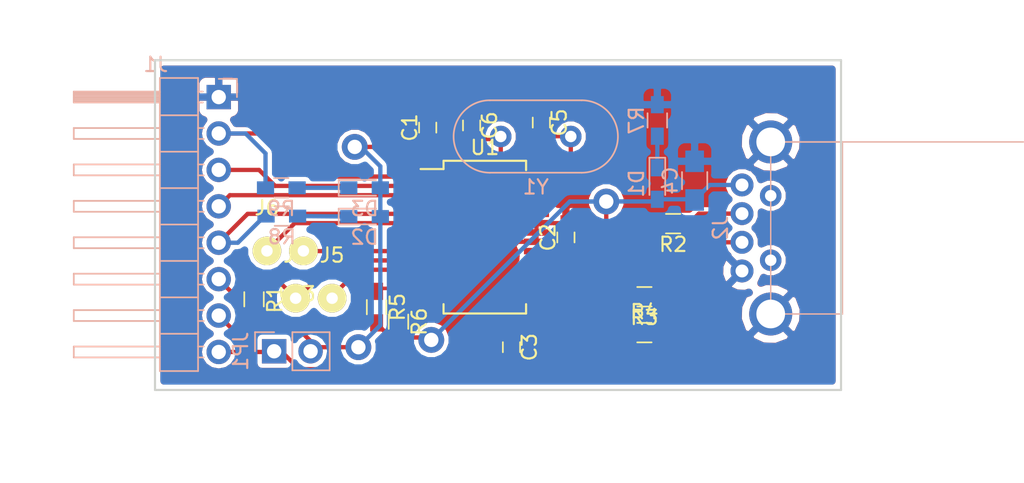
<source format=kicad_pcb>
(kicad_pcb (version 4) (host pcbnew 4.0.6)

  (general
    (links 59)
    (no_connects 0)
    (area 152.124999 82.524999 200.075001 105.675001)
    (thickness 1.6)
    (drawings 4)
    (tracks 165)
    (zones 0)
    (modules 27)
    (nets 28)
  )

  (page A4)
  (layers
    (0 F.Cu signal hide)
    (31 B.Cu signal)
    (32 B.Adhes user)
    (33 F.Adhes user)
    (34 B.Paste user)
    (35 F.Paste user)
    (36 B.SilkS user)
    (37 F.SilkS user)
    (38 B.Mask user)
    (39 F.Mask user)
    (40 Dwgs.User user)
    (41 Cmts.User user)
    (42 Eco1.User user)
    (43 Eco2.User user)
    (44 Edge.Cuts user)
    (45 Margin user)
    (46 B.CrtYd user)
    (47 F.CrtYd user)
    (48 B.Fab user)
    (49 F.Fab user)
  )

  (setup
    (last_trace_width 0.3)
    (user_trace_width 0.3)
    (user_trace_width 0.5)
    (trace_clearance 0.2)
    (zone_clearance 0.3)
    (zone_45_only no)
    (trace_min 0.2)
    (segment_width 0.2)
    (edge_width 0.15)
    (via_size 0.6)
    (via_drill 0.4)
    (via_min_size 0.4)
    (via_min_drill 0.3)
    (user_via 1.8 1)
    (uvia_size 0.3)
    (uvia_drill 0.1)
    (uvias_allowed no)
    (uvia_min_size 0.2)
    (uvia_min_drill 0.1)
    (pcb_text_width 0.3)
    (pcb_text_size 1.5 1.5)
    (mod_edge_width 0.15)
    (mod_text_size 1 1)
    (mod_text_width 0.15)
    (pad_size 1.524 1.524)
    (pad_drill 0.762)
    (pad_to_mask_clearance 0.2)
    (aux_axis_origin 0 0)
    (visible_elements FFFCB71F)
    (pcbplotparams
      (layerselection 0x00030_80000001)
      (usegerberextensions false)
      (excludeedgelayer true)
      (linewidth 0.100000)
      (plotframeref false)
      (viasonmask false)
      (mode 1)
      (useauxorigin false)
      (hpglpennumber 1)
      (hpglpenspeed 20)
      (hpglpendiameter 15)
      (hpglpenoverlay 2)
      (psnegative false)
      (psa4output false)
      (plotreference true)
      (plotvalue true)
      (plotinvisibletext false)
      (padsonsilk false)
      (subtractmaskfromsilk false)
      (outputformat 1)
      (mirror false)
      (drillshape 1)
      (scaleselection 1)
      (outputdirectory ""))
  )

  (net 0 "")
  (net 1 /vddio)
  (net 2 GND)
  (net 3 /vdd5)
  (net 4 /vdd3)
  (net 5 /rx)
  (net 6 /tx)
  (net 7 /dtr)
  (net 8 /rts)
  (net 9 /dcd)
  (net 10 /dm)
  (net 11 "Net-(R2-Pad2)")
  (net 12 /dp)
  (net 13 "Net-(R3-Pad2)")
  (net 14 "Net-(U1-Pad8)")
  (net 15 /dsr)
  (net 16 /cts)
  (net 17 "Net-(U1-Pad12)")
  (net 18 "Net-(U1-Pad24)")
  (net 19 /osc1)
  (net 20 /osc2)
  (net 21 "Net-(D1-Pad1)")
  (net 22 "Net-(D2-Pad1)")
  (net 23 "Net-(D3-Pad1)")
  (net 24 "Net-(R5-Pad1)")
  (net 25 "Net-(R6-Pad1)")
  (net 26 "Net-(U1-Pad19)")
  (net 27 /ri)

  (net_class Default "Это класс цепей по умолчанию."
    (clearance 0.2)
    (trace_width 0.25)
    (via_dia 0.6)
    (via_drill 0.4)
    (uvia_dia 0.3)
    (uvia_drill 0.1)
    (add_net /cts)
    (add_net /dcd)
    (add_net /dm)
    (add_net /dp)
    (add_net /dsr)
    (add_net /dtr)
    (add_net /osc1)
    (add_net /osc2)
    (add_net /ri)
    (add_net /rts)
    (add_net /rx)
    (add_net /tx)
    (add_net /vdd3)
    (add_net /vdd5)
    (add_net /vddio)
    (add_net GND)
    (add_net "Net-(D1-Pad1)")
    (add_net "Net-(D2-Pad1)")
    (add_net "Net-(D3-Pad1)")
    (add_net "Net-(R2-Pad2)")
    (add_net "Net-(R3-Pad2)")
    (add_net "Net-(R5-Pad1)")
    (add_net "Net-(R6-Pad1)")
    (add_net "Net-(U1-Pad12)")
    (add_net "Net-(U1-Pad19)")
    (add_net "Net-(U1-Pad24)")
    (add_net "Net-(U1-Pad8)")
  )

  (module Capacitors_SMD:C_0603_HandSoldering (layer F.Cu) (tedit 58AA848B) (tstamp 597246F6)
    (at 171.2 87.3 90)
    (descr "Capacitor SMD 0603, hand soldering")
    (tags "capacitor 0603")
    (path /597243AD)
    (attr smd)
    (fp_text reference C1 (at 0 -1.25 90) (layer F.SilkS)
      (effects (font (size 1 1) (thickness 0.15)))
    )
    (fp_text value 0.1uf (at 0 1.5 90) (layer F.Fab)
      (effects (font (size 1 1) (thickness 0.15)))
    )
    (fp_text user %R (at 0 -1.25 90) (layer F.Fab)
      (effects (font (size 1 1) (thickness 0.15)))
    )
    (fp_line (start -0.8 0.4) (end -0.8 -0.4) (layer F.Fab) (width 0.1))
    (fp_line (start 0.8 0.4) (end -0.8 0.4) (layer F.Fab) (width 0.1))
    (fp_line (start 0.8 -0.4) (end 0.8 0.4) (layer F.Fab) (width 0.1))
    (fp_line (start -0.8 -0.4) (end 0.8 -0.4) (layer F.Fab) (width 0.1))
    (fp_line (start -0.35 -0.6) (end 0.35 -0.6) (layer F.SilkS) (width 0.12))
    (fp_line (start 0.35 0.6) (end -0.35 0.6) (layer F.SilkS) (width 0.12))
    (fp_line (start -1.8 -0.65) (end 1.8 -0.65) (layer F.CrtYd) (width 0.05))
    (fp_line (start -1.8 -0.65) (end -1.8 0.65) (layer F.CrtYd) (width 0.05))
    (fp_line (start 1.8 0.65) (end 1.8 -0.65) (layer F.CrtYd) (width 0.05))
    (fp_line (start 1.8 0.65) (end -1.8 0.65) (layer F.CrtYd) (width 0.05))
    (pad 1 smd rect (at -0.95 0 90) (size 1.2 0.75) (layers F.Cu F.Paste F.Mask)
      (net 1 /vddio))
    (pad 2 smd rect (at 0.95 0 90) (size 1.2 0.75) (layers F.Cu F.Paste F.Mask)
      (net 2 GND))
    (model Capacitors_SMD.3dshapes/C_0603.wrl
      (at (xyz 0 0 0))
      (scale (xyz 1 1 1))
      (rotate (xyz 0 0 0))
    )
  )

  (module Housings_SSOP:SSOP-28_5.3x10.2mm_Pitch0.65mm (layer F.Cu) (tedit 54130A77) (tstamp 59724841)
    (at 175.18 94.94)
    (descr "28-Lead Plastic Shrink Small Outline (SS)-5.30 mm Body [SSOP] (see Microchip Packaging Specification 00000049BS.pdf)")
    (tags "SSOP 0.65")
    (path /597240FB)
    (attr smd)
    (fp_text reference U1 (at 0 -6.25) (layer F.SilkS)
      (effects (font (size 1 1) (thickness 0.15)))
    )
    (fp_text value PL2303HXA (at 0 6.25) (layer F.Fab)
      (effects (font (size 1 1) (thickness 0.15)))
    )
    (fp_line (start -1.65 -5.1) (end 2.65 -5.1) (layer F.Fab) (width 0.15))
    (fp_line (start 2.65 -5.1) (end 2.65 5.1) (layer F.Fab) (width 0.15))
    (fp_line (start 2.65 5.1) (end -2.65 5.1) (layer F.Fab) (width 0.15))
    (fp_line (start -2.65 5.1) (end -2.65 -4.1) (layer F.Fab) (width 0.15))
    (fp_line (start -2.65 -4.1) (end -1.65 -5.1) (layer F.Fab) (width 0.15))
    (fp_line (start -4.75 -5.5) (end -4.75 5.5) (layer F.CrtYd) (width 0.05))
    (fp_line (start 4.75 -5.5) (end 4.75 5.5) (layer F.CrtYd) (width 0.05))
    (fp_line (start -4.75 -5.5) (end 4.75 -5.5) (layer F.CrtYd) (width 0.05))
    (fp_line (start -4.75 5.5) (end 4.75 5.5) (layer F.CrtYd) (width 0.05))
    (fp_line (start -2.875 -5.325) (end -2.875 -4.75) (layer F.SilkS) (width 0.15))
    (fp_line (start 2.875 -5.325) (end 2.875 -4.675) (layer F.SilkS) (width 0.15))
    (fp_line (start 2.875 5.325) (end 2.875 4.675) (layer F.SilkS) (width 0.15))
    (fp_line (start -2.875 5.325) (end -2.875 4.675) (layer F.SilkS) (width 0.15))
    (fp_line (start -2.875 -5.325) (end 2.875 -5.325) (layer F.SilkS) (width 0.15))
    (fp_line (start -2.875 5.325) (end 2.875 5.325) (layer F.SilkS) (width 0.15))
    (fp_line (start -2.875 -4.75) (end -4.475 -4.75) (layer F.SilkS) (width 0.15))
    (fp_text user %R (at 0 0) (layer F.Fab)
      (effects (font (size 0.8 0.8) (thickness 0.15)))
    )
    (pad 1 smd rect (at -3.6 -4.225) (size 1.75 0.45) (layers F.Cu F.Paste F.Mask)
      (net 6 /tx))
    (pad 2 smd rect (at -3.6 -3.575) (size 1.75 0.45) (layers F.Cu F.Paste F.Mask)
      (net 7 /dtr))
    (pad 3 smd rect (at -3.6 -2.925) (size 1.75 0.45) (layers F.Cu F.Paste F.Mask)
      (net 8 /rts))
    (pad 4 smd rect (at -3.6 -2.275) (size 1.75 0.45) (layers F.Cu F.Paste F.Mask)
      (net 1 /vddio))
    (pad 5 smd rect (at -3.6 -1.625) (size 1.75 0.45) (layers F.Cu F.Paste F.Mask)
      (net 5 /rx))
    (pad 6 smd rect (at -3.6 -0.975) (size 1.75 0.45) (layers F.Cu F.Paste F.Mask)
      (net 27 /ri))
    (pad 7 smd rect (at -3.6 -0.325) (size 1.75 0.45) (layers F.Cu F.Paste F.Mask)
      (net 2 GND))
    (pad 8 smd rect (at -3.6 0.325) (size 1.75 0.45) (layers F.Cu F.Paste F.Mask)
      (net 14 "Net-(U1-Pad8)"))
    (pad 9 smd rect (at -3.6 0.975) (size 1.75 0.45) (layers F.Cu F.Paste F.Mask)
      (net 15 /dsr))
    (pad 10 smd rect (at -3.6 1.625) (size 1.75 0.45) (layers F.Cu F.Paste F.Mask)
      (net 9 /dcd))
    (pad 11 smd rect (at -3.6 2.275) (size 1.75 0.45) (layers F.Cu F.Paste F.Mask)
      (net 16 /cts))
    (pad 12 smd rect (at -3.6 2.925) (size 1.75 0.45) (layers F.Cu F.Paste F.Mask)
      (net 17 "Net-(U1-Pad12)"))
    (pad 13 smd rect (at -3.6 3.575) (size 1.75 0.45) (layers F.Cu F.Paste F.Mask)
      (net 24 "Net-(R5-Pad1)"))
    (pad 14 smd rect (at -3.6 4.225) (size 1.75 0.45) (layers F.Cu F.Paste F.Mask)
      (net 25 "Net-(R6-Pad1)"))
    (pad 15 smd rect (at 3.6 4.225) (size 1.75 0.45) (layers F.Cu F.Paste F.Mask)
      (net 13 "Net-(R3-Pad2)"))
    (pad 16 smd rect (at 3.6 3.575) (size 1.75 0.45) (layers F.Cu F.Paste F.Mask)
      (net 11 "Net-(R2-Pad2)"))
    (pad 17 smd rect (at 3.6 2.925) (size 1.75 0.45) (layers F.Cu F.Paste F.Mask)
      (net 4 /vdd3))
    (pad 18 smd rect (at 3.6 2.275) (size 1.75 0.45) (layers F.Cu F.Paste F.Mask)
      (net 2 GND))
    (pad 19 smd rect (at 3.6 1.625) (size 1.75 0.45) (layers F.Cu F.Paste F.Mask)
      (net 26 "Net-(U1-Pad19)"))
    (pad 20 smd rect (at 3.6 0.975) (size 1.75 0.45) (layers F.Cu F.Paste F.Mask)
      (net 3 /vdd5))
    (pad 21 smd rect (at 3.6 0.325) (size 1.75 0.45) (layers F.Cu F.Paste F.Mask)
      (net 2 GND))
    (pad 22 smd rect (at 3.6 -0.325) (size 1.75 0.45) (layers F.Cu F.Paste F.Mask)
      (net 2 GND))
    (pad 23 smd rect (at 3.6 -0.975) (size 1.75 0.45) (layers F.Cu F.Paste F.Mask)
      (net 2 GND))
    (pad 24 smd rect (at 3.6 -1.625) (size 1.75 0.45) (layers F.Cu F.Paste F.Mask)
      (net 18 "Net-(U1-Pad24)"))
    (pad 25 smd rect (at 3.6 -2.275) (size 1.75 0.45) (layers F.Cu F.Paste F.Mask)
      (net 2 GND))
    (pad 26 smd rect (at 3.6 -2.925) (size 1.75 0.45) (layers F.Cu F.Paste F.Mask)
      (net 2 GND))
    (pad 27 smd rect (at 3.6 -3.575) (size 1.75 0.45) (layers F.Cu F.Paste F.Mask)
      (net 19 /osc1))
    (pad 28 smd rect (at 3.6 -4.225) (size 1.75 0.45) (layers F.Cu F.Paste F.Mask)
      (net 20 /osc2))
    (model ${KISYS3DMOD}/Housings_SSOP.3dshapes/SSOP-28_5.3x10.2mm_Pitch0.65mm.wrl
      (at (xyz 0 0 0))
      (scale (xyz 1 1 1))
      (rotate (xyz 0 0 0))
    )
  )

  (module Resistors_SMD:R_0603_HandSoldering (layer F.Cu) (tedit 58E0A804) (tstamp 59724810)
    (at 186.3 101.6)
    (descr "Resistor SMD 0603, hand soldering")
    (tags "resistor 0603")
    (path /59724BBA)
    (attr smd)
    (fp_text reference R4 (at 0 -1.45) (layer F.SilkS)
      (effects (font (size 1 1) (thickness 0.15)))
    )
    (fp_text value 1k5 (at 0 1.55) (layer F.Fab)
      (effects (font (size 1 1) (thickness 0.15)))
    )
    (fp_text user %R (at 0 0) (layer F.Fab)
      (effects (font (size 0.4 0.4) (thickness 0.075)))
    )
    (fp_line (start -0.8 0.4) (end -0.8 -0.4) (layer F.Fab) (width 0.1))
    (fp_line (start 0.8 0.4) (end -0.8 0.4) (layer F.Fab) (width 0.1))
    (fp_line (start 0.8 -0.4) (end 0.8 0.4) (layer F.Fab) (width 0.1))
    (fp_line (start -0.8 -0.4) (end 0.8 -0.4) (layer F.Fab) (width 0.1))
    (fp_line (start 0.5 0.68) (end -0.5 0.68) (layer F.SilkS) (width 0.12))
    (fp_line (start -0.5 -0.68) (end 0.5 -0.68) (layer F.SilkS) (width 0.12))
    (fp_line (start -1.96 -0.7) (end 1.95 -0.7) (layer F.CrtYd) (width 0.05))
    (fp_line (start -1.96 -0.7) (end -1.96 0.7) (layer F.CrtYd) (width 0.05))
    (fp_line (start 1.95 0.7) (end 1.95 -0.7) (layer F.CrtYd) (width 0.05))
    (fp_line (start 1.95 0.7) (end -1.96 0.7) (layer F.CrtYd) (width 0.05))
    (pad 1 smd rect (at -1.1 0) (size 1.2 0.9) (layers F.Cu F.Paste F.Mask)
      (net 4 /vdd3))
    (pad 2 smd rect (at 1.1 0) (size 1.2 0.9) (layers F.Cu F.Paste F.Mask)
      (net 12 /dp))
    (model ${KISYS3DMOD}/Resistors_SMD.3dshapes/R_0603.wrl
      (at (xyz 0 0 0))
      (scale (xyz 1 1 1))
      (rotate (xyz 0 0 0))
    )
  )

  (module Capacitors_SMD:C_0603_HandSoldering (layer F.Cu) (tedit 58AA848B) (tstamp 59724707)
    (at 180.83 94.96 90)
    (descr "Capacitor SMD 0603, hand soldering")
    (tags "capacitor 0603")
    (path /5972477A)
    (attr smd)
    (fp_text reference C2 (at 0 -1.25 90) (layer F.SilkS)
      (effects (font (size 1 1) (thickness 0.15)))
    )
    (fp_text value 0.1uf (at 0 1.5 90) (layer F.Fab)
      (effects (font (size 1 1) (thickness 0.15)))
    )
    (fp_text user %R (at 0 -1.25 90) (layer F.Fab)
      (effects (font (size 1 1) (thickness 0.15)))
    )
    (fp_line (start -0.8 0.4) (end -0.8 -0.4) (layer F.Fab) (width 0.1))
    (fp_line (start 0.8 0.4) (end -0.8 0.4) (layer F.Fab) (width 0.1))
    (fp_line (start 0.8 -0.4) (end 0.8 0.4) (layer F.Fab) (width 0.1))
    (fp_line (start -0.8 -0.4) (end 0.8 -0.4) (layer F.Fab) (width 0.1))
    (fp_line (start -0.35 -0.6) (end 0.35 -0.6) (layer F.SilkS) (width 0.12))
    (fp_line (start 0.35 0.6) (end -0.35 0.6) (layer F.SilkS) (width 0.12))
    (fp_line (start -1.8 -0.65) (end 1.8 -0.65) (layer F.CrtYd) (width 0.05))
    (fp_line (start -1.8 -0.65) (end -1.8 0.65) (layer F.CrtYd) (width 0.05))
    (fp_line (start 1.8 0.65) (end 1.8 -0.65) (layer F.CrtYd) (width 0.05))
    (fp_line (start 1.8 0.65) (end -1.8 0.65) (layer F.CrtYd) (width 0.05))
    (pad 1 smd rect (at -0.95 0 90) (size 1.2 0.75) (layers F.Cu F.Paste F.Mask)
      (net 3 /vdd5))
    (pad 2 smd rect (at 0.95 0 90) (size 1.2 0.75) (layers F.Cu F.Paste F.Mask)
      (net 2 GND))
    (model Capacitors_SMD.3dshapes/C_0603.wrl
      (at (xyz 0 0 0))
      (scale (xyz 1 1 1))
      (rotate (xyz 0 0 0))
    )
  )

  (module Capacitors_SMD:C_0603_HandSoldering (layer F.Cu) (tedit 58AA848B) (tstamp 59724718)
    (at 177.038 102.616 270)
    (descr "Capacitor SMD 0603, hand soldering")
    (tags "capacitor 0603")
    (path /59724991)
    (attr smd)
    (fp_text reference C3 (at 0 -1.25 270) (layer F.SilkS)
      (effects (font (size 1 1) (thickness 0.15)))
    )
    (fp_text value 0.1uf (at 0 1.5 270) (layer F.Fab)
      (effects (font (size 1 1) (thickness 0.15)))
    )
    (fp_text user %R (at 0 -1.25 270) (layer F.Fab)
      (effects (font (size 1 1) (thickness 0.15)))
    )
    (fp_line (start -0.8 0.4) (end -0.8 -0.4) (layer F.Fab) (width 0.1))
    (fp_line (start 0.8 0.4) (end -0.8 0.4) (layer F.Fab) (width 0.1))
    (fp_line (start 0.8 -0.4) (end 0.8 0.4) (layer F.Fab) (width 0.1))
    (fp_line (start -0.8 -0.4) (end 0.8 -0.4) (layer F.Fab) (width 0.1))
    (fp_line (start -0.35 -0.6) (end 0.35 -0.6) (layer F.SilkS) (width 0.12))
    (fp_line (start 0.35 0.6) (end -0.35 0.6) (layer F.SilkS) (width 0.12))
    (fp_line (start -1.8 -0.65) (end 1.8 -0.65) (layer F.CrtYd) (width 0.05))
    (fp_line (start -1.8 -0.65) (end -1.8 0.65) (layer F.CrtYd) (width 0.05))
    (fp_line (start 1.8 0.65) (end 1.8 -0.65) (layer F.CrtYd) (width 0.05))
    (fp_line (start 1.8 0.65) (end -1.8 0.65) (layer F.CrtYd) (width 0.05))
    (pad 1 smd rect (at -0.95 0 270) (size 1.2 0.75) (layers F.Cu F.Paste F.Mask)
      (net 4 /vdd3))
    (pad 2 smd rect (at 0.95 0 270) (size 1.2 0.75) (layers F.Cu F.Paste F.Mask)
      (net 2 GND))
    (model Capacitors_SMD.3dshapes/C_0603.wrl
      (at (xyz 0 0 0))
      (scale (xyz 1 1 1))
      (rotate (xyz 0 0 0))
    )
  )

  (module Resistors_SMD:R_0805_HandSoldering (layer B.Cu) (tedit 58E0A804) (tstamp 59724729)
    (at 189.8 91 270)
    (descr "Resistor SMD 0805, hand soldering")
    (tags "resistor 0805")
    (path /59725110)
    (attr smd)
    (fp_text reference C4 (at 0 1.7 270) (layer B.SilkS)
      (effects (font (size 1 1) (thickness 0.15)) (justify mirror))
    )
    (fp_text value 10uf (at 0 -1.75 270) (layer B.Fab)
      (effects (font (size 1 1) (thickness 0.15)) (justify mirror))
    )
    (fp_text user %R (at 0 0 270) (layer B.Fab)
      (effects (font (size 0.5 0.5) (thickness 0.075)) (justify mirror))
    )
    (fp_line (start -1 -0.62) (end -1 0.62) (layer B.Fab) (width 0.1))
    (fp_line (start 1 -0.62) (end -1 -0.62) (layer B.Fab) (width 0.1))
    (fp_line (start 1 0.62) (end 1 -0.62) (layer B.Fab) (width 0.1))
    (fp_line (start -1 0.62) (end 1 0.62) (layer B.Fab) (width 0.1))
    (fp_line (start 0.6 -0.88) (end -0.6 -0.88) (layer B.SilkS) (width 0.12))
    (fp_line (start -0.6 0.88) (end 0.6 0.88) (layer B.SilkS) (width 0.12))
    (fp_line (start -2.35 0.9) (end 2.35 0.9) (layer B.CrtYd) (width 0.05))
    (fp_line (start -2.35 0.9) (end -2.35 -0.9) (layer B.CrtYd) (width 0.05))
    (fp_line (start 2.35 -0.9) (end 2.35 0.9) (layer B.CrtYd) (width 0.05))
    (fp_line (start 2.35 -0.9) (end -2.35 -0.9) (layer B.CrtYd) (width 0.05))
    (pad 1 smd rect (at -1.35 0 270) (size 1.5 1.3) (layers B.Cu B.Paste B.Mask)
      (net 2 GND))
    (pad 2 smd rect (at 1.35 0 270) (size 1.5 1.3) (layers B.Cu B.Paste B.Mask)
      (net 3 /vdd5))
    (model ${KISYS3DMOD}/Resistors_SMD.3dshapes/R_0805.wrl
      (at (xyz 0 0 0))
      (scale (xyz 1 1 1))
      (rotate (xyz 0 0 0))
    )
  )

  (module Pin_Headers:Pin_Header_Angled_1x08_Pitch2.54mm (layer B.Cu) (tedit 59650532) (tstamp 597247AA)
    (at 156.64 85.17 180)
    (descr "Through hole angled pin header, 1x08, 2.54mm pitch, 6mm pin length, single row")
    (tags "Through hole angled pin header THT 1x08 2.54mm single row")
    (path /59725A46)
    (fp_text reference J1 (at 4.385 2.27 180) (layer B.SilkS)
      (effects (font (size 1 1) (thickness 0.15)) (justify mirror))
    )
    (fp_text value "PIN 1x8R" (at 4.385 -20.05 180) (layer B.Fab)
      (effects (font (size 1 1) (thickness 0.15)) (justify mirror))
    )
    (fp_line (start 2.135 1.27) (end 4.04 1.27) (layer B.Fab) (width 0.1))
    (fp_line (start 4.04 1.27) (end 4.04 -19.05) (layer B.Fab) (width 0.1))
    (fp_line (start 4.04 -19.05) (end 1.5 -19.05) (layer B.Fab) (width 0.1))
    (fp_line (start 1.5 -19.05) (end 1.5 0.635) (layer B.Fab) (width 0.1))
    (fp_line (start 1.5 0.635) (end 2.135 1.27) (layer B.Fab) (width 0.1))
    (fp_line (start -0.32 0.32) (end 1.5 0.32) (layer B.Fab) (width 0.1))
    (fp_line (start -0.32 0.32) (end -0.32 -0.32) (layer B.Fab) (width 0.1))
    (fp_line (start -0.32 -0.32) (end 1.5 -0.32) (layer B.Fab) (width 0.1))
    (fp_line (start 4.04 0.32) (end 10.04 0.32) (layer B.Fab) (width 0.1))
    (fp_line (start 10.04 0.32) (end 10.04 -0.32) (layer B.Fab) (width 0.1))
    (fp_line (start 4.04 -0.32) (end 10.04 -0.32) (layer B.Fab) (width 0.1))
    (fp_line (start -0.32 -2.22) (end 1.5 -2.22) (layer B.Fab) (width 0.1))
    (fp_line (start -0.32 -2.22) (end -0.32 -2.86) (layer B.Fab) (width 0.1))
    (fp_line (start -0.32 -2.86) (end 1.5 -2.86) (layer B.Fab) (width 0.1))
    (fp_line (start 4.04 -2.22) (end 10.04 -2.22) (layer B.Fab) (width 0.1))
    (fp_line (start 10.04 -2.22) (end 10.04 -2.86) (layer B.Fab) (width 0.1))
    (fp_line (start 4.04 -2.86) (end 10.04 -2.86) (layer B.Fab) (width 0.1))
    (fp_line (start -0.32 -4.76) (end 1.5 -4.76) (layer B.Fab) (width 0.1))
    (fp_line (start -0.32 -4.76) (end -0.32 -5.4) (layer B.Fab) (width 0.1))
    (fp_line (start -0.32 -5.4) (end 1.5 -5.4) (layer B.Fab) (width 0.1))
    (fp_line (start 4.04 -4.76) (end 10.04 -4.76) (layer B.Fab) (width 0.1))
    (fp_line (start 10.04 -4.76) (end 10.04 -5.4) (layer B.Fab) (width 0.1))
    (fp_line (start 4.04 -5.4) (end 10.04 -5.4) (layer B.Fab) (width 0.1))
    (fp_line (start -0.32 -7.3) (end 1.5 -7.3) (layer B.Fab) (width 0.1))
    (fp_line (start -0.32 -7.3) (end -0.32 -7.94) (layer B.Fab) (width 0.1))
    (fp_line (start -0.32 -7.94) (end 1.5 -7.94) (layer B.Fab) (width 0.1))
    (fp_line (start 4.04 -7.3) (end 10.04 -7.3) (layer B.Fab) (width 0.1))
    (fp_line (start 10.04 -7.3) (end 10.04 -7.94) (layer B.Fab) (width 0.1))
    (fp_line (start 4.04 -7.94) (end 10.04 -7.94) (layer B.Fab) (width 0.1))
    (fp_line (start -0.32 -9.84) (end 1.5 -9.84) (layer B.Fab) (width 0.1))
    (fp_line (start -0.32 -9.84) (end -0.32 -10.48) (layer B.Fab) (width 0.1))
    (fp_line (start -0.32 -10.48) (end 1.5 -10.48) (layer B.Fab) (width 0.1))
    (fp_line (start 4.04 -9.84) (end 10.04 -9.84) (layer B.Fab) (width 0.1))
    (fp_line (start 10.04 -9.84) (end 10.04 -10.48) (layer B.Fab) (width 0.1))
    (fp_line (start 4.04 -10.48) (end 10.04 -10.48) (layer B.Fab) (width 0.1))
    (fp_line (start -0.32 -12.38) (end 1.5 -12.38) (layer B.Fab) (width 0.1))
    (fp_line (start -0.32 -12.38) (end -0.32 -13.02) (layer B.Fab) (width 0.1))
    (fp_line (start -0.32 -13.02) (end 1.5 -13.02) (layer B.Fab) (width 0.1))
    (fp_line (start 4.04 -12.38) (end 10.04 -12.38) (layer B.Fab) (width 0.1))
    (fp_line (start 10.04 -12.38) (end 10.04 -13.02) (layer B.Fab) (width 0.1))
    (fp_line (start 4.04 -13.02) (end 10.04 -13.02) (layer B.Fab) (width 0.1))
    (fp_line (start -0.32 -14.92) (end 1.5 -14.92) (layer B.Fab) (width 0.1))
    (fp_line (start -0.32 -14.92) (end -0.32 -15.56) (layer B.Fab) (width 0.1))
    (fp_line (start -0.32 -15.56) (end 1.5 -15.56) (layer B.Fab) (width 0.1))
    (fp_line (start 4.04 -14.92) (end 10.04 -14.92) (layer B.Fab) (width 0.1))
    (fp_line (start 10.04 -14.92) (end 10.04 -15.56) (layer B.Fab) (width 0.1))
    (fp_line (start 4.04 -15.56) (end 10.04 -15.56) (layer B.Fab) (width 0.1))
    (fp_line (start -0.32 -17.46) (end 1.5 -17.46) (layer B.Fab) (width 0.1))
    (fp_line (start -0.32 -17.46) (end -0.32 -18.1) (layer B.Fab) (width 0.1))
    (fp_line (start -0.32 -18.1) (end 1.5 -18.1) (layer B.Fab) (width 0.1))
    (fp_line (start 4.04 -17.46) (end 10.04 -17.46) (layer B.Fab) (width 0.1))
    (fp_line (start 10.04 -17.46) (end 10.04 -18.1) (layer B.Fab) (width 0.1))
    (fp_line (start 4.04 -18.1) (end 10.04 -18.1) (layer B.Fab) (width 0.1))
    (fp_line (start 1.44 1.33) (end 1.44 -19.11) (layer B.SilkS) (width 0.12))
    (fp_line (start 1.44 -19.11) (end 4.1 -19.11) (layer B.SilkS) (width 0.12))
    (fp_line (start 4.1 -19.11) (end 4.1 1.33) (layer B.SilkS) (width 0.12))
    (fp_line (start 4.1 1.33) (end 1.44 1.33) (layer B.SilkS) (width 0.12))
    (fp_line (start 4.1 0.38) (end 10.1 0.38) (layer B.SilkS) (width 0.12))
    (fp_line (start 10.1 0.38) (end 10.1 -0.38) (layer B.SilkS) (width 0.12))
    (fp_line (start 10.1 -0.38) (end 4.1 -0.38) (layer B.SilkS) (width 0.12))
    (fp_line (start 4.1 0.32) (end 10.1 0.32) (layer B.SilkS) (width 0.12))
    (fp_line (start 4.1 0.2) (end 10.1 0.2) (layer B.SilkS) (width 0.12))
    (fp_line (start 4.1 0.08) (end 10.1 0.08) (layer B.SilkS) (width 0.12))
    (fp_line (start 4.1 -0.04) (end 10.1 -0.04) (layer B.SilkS) (width 0.12))
    (fp_line (start 4.1 -0.16) (end 10.1 -0.16) (layer B.SilkS) (width 0.12))
    (fp_line (start 4.1 -0.28) (end 10.1 -0.28) (layer B.SilkS) (width 0.12))
    (fp_line (start 1.11 0.38) (end 1.44 0.38) (layer B.SilkS) (width 0.12))
    (fp_line (start 1.11 -0.38) (end 1.44 -0.38) (layer B.SilkS) (width 0.12))
    (fp_line (start 1.44 -1.27) (end 4.1 -1.27) (layer B.SilkS) (width 0.12))
    (fp_line (start 4.1 -2.16) (end 10.1 -2.16) (layer B.SilkS) (width 0.12))
    (fp_line (start 10.1 -2.16) (end 10.1 -2.92) (layer B.SilkS) (width 0.12))
    (fp_line (start 10.1 -2.92) (end 4.1 -2.92) (layer B.SilkS) (width 0.12))
    (fp_line (start 1.042929 -2.16) (end 1.44 -2.16) (layer B.SilkS) (width 0.12))
    (fp_line (start 1.042929 -2.92) (end 1.44 -2.92) (layer B.SilkS) (width 0.12))
    (fp_line (start 1.44 -3.81) (end 4.1 -3.81) (layer B.SilkS) (width 0.12))
    (fp_line (start 4.1 -4.7) (end 10.1 -4.7) (layer B.SilkS) (width 0.12))
    (fp_line (start 10.1 -4.7) (end 10.1 -5.46) (layer B.SilkS) (width 0.12))
    (fp_line (start 10.1 -5.46) (end 4.1 -5.46) (layer B.SilkS) (width 0.12))
    (fp_line (start 1.042929 -4.7) (end 1.44 -4.7) (layer B.SilkS) (width 0.12))
    (fp_line (start 1.042929 -5.46) (end 1.44 -5.46) (layer B.SilkS) (width 0.12))
    (fp_line (start 1.44 -6.35) (end 4.1 -6.35) (layer B.SilkS) (width 0.12))
    (fp_line (start 4.1 -7.24) (end 10.1 -7.24) (layer B.SilkS) (width 0.12))
    (fp_line (start 10.1 -7.24) (end 10.1 -8) (layer B.SilkS) (width 0.12))
    (fp_line (start 10.1 -8) (end 4.1 -8) (layer B.SilkS) (width 0.12))
    (fp_line (start 1.042929 -7.24) (end 1.44 -7.24) (layer B.SilkS) (width 0.12))
    (fp_line (start 1.042929 -8) (end 1.44 -8) (layer B.SilkS) (width 0.12))
    (fp_line (start 1.44 -8.89) (end 4.1 -8.89) (layer B.SilkS) (width 0.12))
    (fp_line (start 4.1 -9.78) (end 10.1 -9.78) (layer B.SilkS) (width 0.12))
    (fp_line (start 10.1 -9.78) (end 10.1 -10.54) (layer B.SilkS) (width 0.12))
    (fp_line (start 10.1 -10.54) (end 4.1 -10.54) (layer B.SilkS) (width 0.12))
    (fp_line (start 1.042929 -9.78) (end 1.44 -9.78) (layer B.SilkS) (width 0.12))
    (fp_line (start 1.042929 -10.54) (end 1.44 -10.54) (layer B.SilkS) (width 0.12))
    (fp_line (start 1.44 -11.43) (end 4.1 -11.43) (layer B.SilkS) (width 0.12))
    (fp_line (start 4.1 -12.32) (end 10.1 -12.32) (layer B.SilkS) (width 0.12))
    (fp_line (start 10.1 -12.32) (end 10.1 -13.08) (layer B.SilkS) (width 0.12))
    (fp_line (start 10.1 -13.08) (end 4.1 -13.08) (layer B.SilkS) (width 0.12))
    (fp_line (start 1.042929 -12.32) (end 1.44 -12.32) (layer B.SilkS) (width 0.12))
    (fp_line (start 1.042929 -13.08) (end 1.44 -13.08) (layer B.SilkS) (width 0.12))
    (fp_line (start 1.44 -13.97) (end 4.1 -13.97) (layer B.SilkS) (width 0.12))
    (fp_line (start 4.1 -14.86) (end 10.1 -14.86) (layer B.SilkS) (width 0.12))
    (fp_line (start 10.1 -14.86) (end 10.1 -15.62) (layer B.SilkS) (width 0.12))
    (fp_line (start 10.1 -15.62) (end 4.1 -15.62) (layer B.SilkS) (width 0.12))
    (fp_line (start 1.042929 -14.86) (end 1.44 -14.86) (layer B.SilkS) (width 0.12))
    (fp_line (start 1.042929 -15.62) (end 1.44 -15.62) (layer B.SilkS) (width 0.12))
    (fp_line (start 1.44 -16.51) (end 4.1 -16.51) (layer B.SilkS) (width 0.12))
    (fp_line (start 4.1 -17.4) (end 10.1 -17.4) (layer B.SilkS) (width 0.12))
    (fp_line (start 10.1 -17.4) (end 10.1 -18.16) (layer B.SilkS) (width 0.12))
    (fp_line (start 10.1 -18.16) (end 4.1 -18.16) (layer B.SilkS) (width 0.12))
    (fp_line (start 1.042929 -17.4) (end 1.44 -17.4) (layer B.SilkS) (width 0.12))
    (fp_line (start 1.042929 -18.16) (end 1.44 -18.16) (layer B.SilkS) (width 0.12))
    (fp_line (start -1.27 0) (end -1.27 1.27) (layer B.SilkS) (width 0.12))
    (fp_line (start -1.27 1.27) (end 0 1.27) (layer B.SilkS) (width 0.12))
    (fp_line (start -1.8 1.8) (end -1.8 -19.55) (layer B.CrtYd) (width 0.05))
    (fp_line (start -1.8 -19.55) (end 10.55 -19.55) (layer B.CrtYd) (width 0.05))
    (fp_line (start 10.55 -19.55) (end 10.55 1.8) (layer B.CrtYd) (width 0.05))
    (fp_line (start 10.55 1.8) (end -1.8 1.8) (layer B.CrtYd) (width 0.05))
    (fp_text user %R (at 2.77 -8.89 450) (layer B.Fab)
      (effects (font (size 1 1) (thickness 0.15)) (justify mirror))
    )
    (pad 1 thru_hole rect (at 0 0 180) (size 1.7 1.7) (drill 1) (layers *.Cu *.Mask)
      (net 2 GND))
    (pad 2 thru_hole oval (at 0 -2.54 180) (size 1.7 1.7) (drill 1) (layers *.Cu *.Mask)
      (net 6 /tx))
    (pad 3 thru_hole oval (at 0 -5.08 180) (size 1.7 1.7) (drill 1) (layers *.Cu *.Mask)
      (net 7 /dtr))
    (pad 4 thru_hole oval (at 0 -7.62 180) (size 1.7 1.7) (drill 1) (layers *.Cu *.Mask)
      (net 8 /rts))
    (pad 5 thru_hole oval (at 0 -10.16 180) (size 1.7 1.7) (drill 1) (layers *.Cu *.Mask)
      (net 5 /rx))
    (pad 6 thru_hole oval (at 0 -12.7 180) (size 1.7 1.7) (drill 1) (layers *.Cu *.Mask)
      (net 3 /vdd5))
    (pad 7 thru_hole oval (at 0 -15.24 180) (size 1.7 1.7) (drill 1) (layers *.Cu *.Mask)
      (net 1 /vddio))
    (pad 8 thru_hole oval (at 0 -17.78 180) (size 1.7 1.7) (drill 1) (layers *.Cu *.Mask)
      (net 4 /vdd3))
    (model ${KISYS3DMOD}/Pin_Headers.3dshapes/Pin_Header_Angled_1x08_Pitch2.54mm.wrl
      (at (xyz 0 0 0))
      (scale (xyz 1 1 1))
      (rotate (xyz 0 0 0))
    )
  )

  (module Resistors_SMD:R_0603_HandSoldering (layer F.Cu) (tedit 58E0A804) (tstamp 597247DD)
    (at 159.1 99.275 270)
    (descr "Resistor SMD 0603, hand soldering")
    (tags "resistor 0603")
    (path /59731F9D)
    (attr smd)
    (fp_text reference R1 (at 0 -1.45 270) (layer F.SilkS)
      (effects (font (size 1 1) (thickness 0.15)))
    )
    (fp_text value 4k7 (at 0 1.55 270) (layer F.Fab)
      (effects (font (size 1 1) (thickness 0.15)))
    )
    (fp_text user %R (at 0 0 270) (layer F.Fab)
      (effects (font (size 0.4 0.4) (thickness 0.075)))
    )
    (fp_line (start -0.8 0.4) (end -0.8 -0.4) (layer F.Fab) (width 0.1))
    (fp_line (start 0.8 0.4) (end -0.8 0.4) (layer F.Fab) (width 0.1))
    (fp_line (start 0.8 -0.4) (end 0.8 0.4) (layer F.Fab) (width 0.1))
    (fp_line (start -0.8 -0.4) (end 0.8 -0.4) (layer F.Fab) (width 0.1))
    (fp_line (start 0.5 0.68) (end -0.5 0.68) (layer F.SilkS) (width 0.12))
    (fp_line (start -0.5 -0.68) (end 0.5 -0.68) (layer F.SilkS) (width 0.12))
    (fp_line (start -1.96 -0.7) (end 1.95 -0.7) (layer F.CrtYd) (width 0.05))
    (fp_line (start -1.96 -0.7) (end -1.96 0.7) (layer F.CrtYd) (width 0.05))
    (fp_line (start 1.95 0.7) (end 1.95 -0.7) (layer F.CrtYd) (width 0.05))
    (fp_line (start 1.95 0.7) (end -1.96 0.7) (layer F.CrtYd) (width 0.05))
    (pad 1 smd rect (at -1.1 0 270) (size 1.2 0.9) (layers F.Cu F.Paste F.Mask)
      (net 9 /dcd))
    (pad 2 smd rect (at 1.1 0 270) (size 1.2 0.9) (layers F.Cu F.Paste F.Mask)
      (net 1 /vddio))
    (model ${KISYS3DMOD}/Resistors_SMD.3dshapes/R_0603.wrl
      (at (xyz 0 0 0))
      (scale (xyz 1 1 1))
      (rotate (xyz 0 0 0))
    )
  )

  (module Resistors_SMD:R_0603_HandSoldering (layer F.Cu) (tedit 58E0A804) (tstamp 597247EE)
    (at 188.3 94 180)
    (descr "Resistor SMD 0603, hand soldering")
    (tags "resistor 0603")
    (path /59724A91)
    (attr smd)
    (fp_text reference R2 (at 0 -1.45 180) (layer F.SilkS)
      (effects (font (size 1 1) (thickness 0.15)))
    )
    (fp_text value 22 (at 0 1.55 180) (layer F.Fab)
      (effects (font (size 1 1) (thickness 0.15)))
    )
    (fp_text user %R (at 0 0 180) (layer F.Fab)
      (effects (font (size 0.4 0.4) (thickness 0.075)))
    )
    (fp_line (start -0.8 0.4) (end -0.8 -0.4) (layer F.Fab) (width 0.1))
    (fp_line (start 0.8 0.4) (end -0.8 0.4) (layer F.Fab) (width 0.1))
    (fp_line (start 0.8 -0.4) (end 0.8 0.4) (layer F.Fab) (width 0.1))
    (fp_line (start -0.8 -0.4) (end 0.8 -0.4) (layer F.Fab) (width 0.1))
    (fp_line (start 0.5 0.68) (end -0.5 0.68) (layer F.SilkS) (width 0.12))
    (fp_line (start -0.5 -0.68) (end 0.5 -0.68) (layer F.SilkS) (width 0.12))
    (fp_line (start -1.96 -0.7) (end 1.95 -0.7) (layer F.CrtYd) (width 0.05))
    (fp_line (start -1.96 -0.7) (end -1.96 0.7) (layer F.CrtYd) (width 0.05))
    (fp_line (start 1.95 0.7) (end 1.95 -0.7) (layer F.CrtYd) (width 0.05))
    (fp_line (start 1.95 0.7) (end -1.96 0.7) (layer F.CrtYd) (width 0.05))
    (pad 1 smd rect (at -1.1 0 180) (size 1.2 0.9) (layers F.Cu F.Paste F.Mask)
      (net 10 /dm))
    (pad 2 smd rect (at 1.1 0 180) (size 1.2 0.9) (layers F.Cu F.Paste F.Mask)
      (net 11 "Net-(R2-Pad2)"))
    (model ${KISYS3DMOD}/Resistors_SMD.3dshapes/R_0603.wrl
      (at (xyz 0 0 0))
      (scale (xyz 1 1 1))
      (rotate (xyz 0 0 0))
    )
  )

  (module Resistors_SMD:R_0603_HandSoldering (layer F.Cu) (tedit 58E0A804) (tstamp 597247FF)
    (at 186.3 99.1 180)
    (descr "Resistor SMD 0603, hand soldering")
    (tags "resistor 0603")
    (path /59724B59)
    (attr smd)
    (fp_text reference R3 (at 0 -1.45 180) (layer F.SilkS)
      (effects (font (size 1 1) (thickness 0.15)))
    )
    (fp_text value 22 (at 0 1.55 180) (layer F.Fab)
      (effects (font (size 1 1) (thickness 0.15)))
    )
    (fp_text user %R (at 0 0 180) (layer F.Fab)
      (effects (font (size 0.4 0.4) (thickness 0.075)))
    )
    (fp_line (start -0.8 0.4) (end -0.8 -0.4) (layer F.Fab) (width 0.1))
    (fp_line (start 0.8 0.4) (end -0.8 0.4) (layer F.Fab) (width 0.1))
    (fp_line (start 0.8 -0.4) (end 0.8 0.4) (layer F.Fab) (width 0.1))
    (fp_line (start -0.8 -0.4) (end 0.8 -0.4) (layer F.Fab) (width 0.1))
    (fp_line (start 0.5 0.68) (end -0.5 0.68) (layer F.SilkS) (width 0.12))
    (fp_line (start -0.5 -0.68) (end 0.5 -0.68) (layer F.SilkS) (width 0.12))
    (fp_line (start -1.96 -0.7) (end 1.95 -0.7) (layer F.CrtYd) (width 0.05))
    (fp_line (start -1.96 -0.7) (end -1.96 0.7) (layer F.CrtYd) (width 0.05))
    (fp_line (start 1.95 0.7) (end 1.95 -0.7) (layer F.CrtYd) (width 0.05))
    (fp_line (start 1.95 0.7) (end -1.96 0.7) (layer F.CrtYd) (width 0.05))
    (pad 1 smd rect (at -1.1 0 180) (size 1.2 0.9) (layers F.Cu F.Paste F.Mask)
      (net 12 /dp))
    (pad 2 smd rect (at 1.1 0 180) (size 1.2 0.9) (layers F.Cu F.Paste F.Mask)
      (net 13 "Net-(R3-Pad2)"))
    (model ${KISYS3DMOD}/Resistors_SMD.3dshapes/R_0603.wrl
      (at (xyz 0 0 0))
      (scale (xyz 1 1 1))
      (rotate (xyz 0 0 0))
    )
  )

  (module Capacitors_SMD:C_0603_HandSoldering (layer F.Cu) (tedit 58AA848B) (tstamp 597F175B)
    (at 179.12 86.95 270)
    (descr "Capacitor SMD 0603, hand soldering")
    (tags "capacitor 0603")
    (path /5972F9FB)
    (attr smd)
    (fp_text reference C5 (at 0 -1.25 270) (layer F.SilkS)
      (effects (font (size 1 1) (thickness 0.15)))
    )
    (fp_text value 22pf (at 0 1.5 270) (layer F.Fab)
      (effects (font (size 1 1) (thickness 0.15)))
    )
    (fp_text user %R (at 0 -1.25 270) (layer F.Fab)
      (effects (font (size 1 1) (thickness 0.15)))
    )
    (fp_line (start -0.8 0.4) (end -0.8 -0.4) (layer F.Fab) (width 0.1))
    (fp_line (start 0.8 0.4) (end -0.8 0.4) (layer F.Fab) (width 0.1))
    (fp_line (start 0.8 -0.4) (end 0.8 0.4) (layer F.Fab) (width 0.1))
    (fp_line (start -0.8 -0.4) (end 0.8 -0.4) (layer F.Fab) (width 0.1))
    (fp_line (start -0.35 -0.6) (end 0.35 -0.6) (layer F.SilkS) (width 0.12))
    (fp_line (start 0.35 0.6) (end -0.35 0.6) (layer F.SilkS) (width 0.12))
    (fp_line (start -1.8 -0.65) (end 1.8 -0.65) (layer F.CrtYd) (width 0.05))
    (fp_line (start -1.8 -0.65) (end -1.8 0.65) (layer F.CrtYd) (width 0.05))
    (fp_line (start 1.8 0.65) (end 1.8 -0.65) (layer F.CrtYd) (width 0.05))
    (fp_line (start 1.8 0.65) (end -1.8 0.65) (layer F.CrtYd) (width 0.05))
    (pad 1 smd rect (at -0.95 0 270) (size 1.2 0.75) (layers F.Cu F.Paste F.Mask)
      (net 2 GND))
    (pad 2 smd rect (at 0.95 0 270) (size 1.2 0.75) (layers F.Cu F.Paste F.Mask)
      (net 19 /osc1))
    (model Capacitors_SMD.3dshapes/C_0603.wrl
      (at (xyz 0 0 0))
      (scale (xyz 1 1 1))
      (rotate (xyz 0 0 0))
    )
  )

  (module Capacitors_SMD:C_0603_HandSoldering (layer F.Cu) (tedit 58AA848B) (tstamp 597F1761)
    (at 174.26 87.15 270)
    (descr "Capacitor SMD 0603, hand soldering")
    (tags "capacitor 0603")
    (path /5972FB3C)
    (attr smd)
    (fp_text reference C6 (at 0 -1.25 270) (layer F.SilkS)
      (effects (font (size 1 1) (thickness 0.15)))
    )
    (fp_text value 22pf (at 0 1.5 270) (layer F.Fab)
      (effects (font (size 1 1) (thickness 0.15)))
    )
    (fp_text user %R (at 0 -1.25 270) (layer F.Fab)
      (effects (font (size 1 1) (thickness 0.15)))
    )
    (fp_line (start -0.8 0.4) (end -0.8 -0.4) (layer F.Fab) (width 0.1))
    (fp_line (start 0.8 0.4) (end -0.8 0.4) (layer F.Fab) (width 0.1))
    (fp_line (start 0.8 -0.4) (end 0.8 0.4) (layer F.Fab) (width 0.1))
    (fp_line (start -0.8 -0.4) (end 0.8 -0.4) (layer F.Fab) (width 0.1))
    (fp_line (start -0.35 -0.6) (end 0.35 -0.6) (layer F.SilkS) (width 0.12))
    (fp_line (start 0.35 0.6) (end -0.35 0.6) (layer F.SilkS) (width 0.12))
    (fp_line (start -1.8 -0.65) (end 1.8 -0.65) (layer F.CrtYd) (width 0.05))
    (fp_line (start -1.8 -0.65) (end -1.8 0.65) (layer F.CrtYd) (width 0.05))
    (fp_line (start 1.8 0.65) (end 1.8 -0.65) (layer F.CrtYd) (width 0.05))
    (fp_line (start 1.8 0.65) (end -1.8 0.65) (layer F.CrtYd) (width 0.05))
    (pad 1 smd rect (at -0.95 0 270) (size 1.2 0.75) (layers F.Cu F.Paste F.Mask)
      (net 2 GND))
    (pad 2 smd rect (at 0.95 0 270) (size 1.2 0.75) (layers F.Cu F.Paste F.Mask)
      (net 20 /osc2))
    (model Capacitors_SMD.3dshapes/C_0603.wrl
      (at (xyz 0 0 0))
      (scale (xyz 1 1 1))
      (rotate (xyz 0 0 0))
    )
  )

  (module LEDs:LED_0603_HandSoldering (layer B.Cu) (tedit 595FC9C0) (tstamp 597F1767)
    (at 187.2 91.2 270)
    (descr "LED SMD 0603, hand soldering")
    (tags "LED 0603")
    (path /597303DC)
    (attr smd)
    (fp_text reference D1 (at 0 1.45 270) (layer B.SilkS)
      (effects (font (size 1 1) (thickness 0.15)) (justify mirror))
    )
    (fp_text value LED0603 (at 0 -1.55 270) (layer B.Fab)
      (effects (font (size 1 1) (thickness 0.15)) (justify mirror))
    )
    (fp_line (start -1.8 0.55) (end -1.8 -0.55) (layer B.SilkS) (width 0.12))
    (fp_line (start -0.2 0.2) (end -0.2 -0.2) (layer B.Fab) (width 0.1))
    (fp_line (start -0.15 0) (end 0.15 0.2) (layer B.Fab) (width 0.1))
    (fp_line (start 0.15 -0.2) (end -0.15 0) (layer B.Fab) (width 0.1))
    (fp_line (start 0.15 0.2) (end 0.15 -0.2) (layer B.Fab) (width 0.1))
    (fp_line (start 0.8 -0.4) (end -0.8 -0.4) (layer B.Fab) (width 0.1))
    (fp_line (start 0.8 0.4) (end 0.8 -0.4) (layer B.Fab) (width 0.1))
    (fp_line (start -0.8 0.4) (end 0.8 0.4) (layer B.Fab) (width 0.1))
    (fp_line (start -1.8 -0.55) (end 0.8 -0.55) (layer B.SilkS) (width 0.12))
    (fp_line (start -1.8 0.55) (end 0.8 0.55) (layer B.SilkS) (width 0.12))
    (fp_line (start -1.96 0.7) (end 1.95 0.7) (layer B.CrtYd) (width 0.05))
    (fp_line (start -1.96 0.7) (end -1.96 -0.7) (layer B.CrtYd) (width 0.05))
    (fp_line (start 1.95 -0.7) (end 1.95 0.7) (layer B.CrtYd) (width 0.05))
    (fp_line (start 1.95 -0.7) (end -1.96 -0.7) (layer B.CrtYd) (width 0.05))
    (fp_line (start -0.8 0.4) (end -0.8 -0.4) (layer B.Fab) (width 0.1))
    (pad 1 smd rect (at -1.1 0 270) (size 1.2 0.9) (layers B.Cu B.Paste B.Mask)
      (net 21 "Net-(D1-Pad1)"))
    (pad 2 smd rect (at 1.1 0 270) (size 1.2 0.9) (layers B.Cu B.Paste B.Mask)
      (net 3 /vdd5))
    (model ${KISYS3DMOD}/LEDs.3dshapes/LED_0603.wrl
      (at (xyz 0 0 0))
      (scale (xyz 1 1 1))
      (rotate (xyz 0 0 180))
    )
  )

  (module LEDs:LED_0603_HandSoldering (layer B.Cu) (tedit 595FC9C0) (tstamp 597F176D)
    (at 166.8 93.5)
    (descr "LED SMD 0603, hand soldering")
    (tags "LED 0603")
    (path /597304F1)
    (attr smd)
    (fp_text reference D2 (at 0 1.45) (layer B.SilkS)
      (effects (font (size 1 1) (thickness 0.15)) (justify mirror))
    )
    (fp_text value LED0603 (at 0 -1.55) (layer B.Fab)
      (effects (font (size 1 1) (thickness 0.15)) (justify mirror))
    )
    (fp_line (start -1.8 0.55) (end -1.8 -0.55) (layer B.SilkS) (width 0.12))
    (fp_line (start -0.2 0.2) (end -0.2 -0.2) (layer B.Fab) (width 0.1))
    (fp_line (start -0.15 0) (end 0.15 0.2) (layer B.Fab) (width 0.1))
    (fp_line (start 0.15 -0.2) (end -0.15 0) (layer B.Fab) (width 0.1))
    (fp_line (start 0.15 0.2) (end 0.15 -0.2) (layer B.Fab) (width 0.1))
    (fp_line (start 0.8 -0.4) (end -0.8 -0.4) (layer B.Fab) (width 0.1))
    (fp_line (start 0.8 0.4) (end 0.8 -0.4) (layer B.Fab) (width 0.1))
    (fp_line (start -0.8 0.4) (end 0.8 0.4) (layer B.Fab) (width 0.1))
    (fp_line (start -1.8 -0.55) (end 0.8 -0.55) (layer B.SilkS) (width 0.12))
    (fp_line (start -1.8 0.55) (end 0.8 0.55) (layer B.SilkS) (width 0.12))
    (fp_line (start -1.96 0.7) (end 1.95 0.7) (layer B.CrtYd) (width 0.05))
    (fp_line (start -1.96 0.7) (end -1.96 -0.7) (layer B.CrtYd) (width 0.05))
    (fp_line (start 1.95 -0.7) (end 1.95 0.7) (layer B.CrtYd) (width 0.05))
    (fp_line (start 1.95 -0.7) (end -1.96 -0.7) (layer B.CrtYd) (width 0.05))
    (fp_line (start -0.8 0.4) (end -0.8 -0.4) (layer B.Fab) (width 0.1))
    (pad 1 smd rect (at -1.1 0) (size 1.2 0.9) (layers B.Cu B.Paste B.Mask)
      (net 22 "Net-(D2-Pad1)"))
    (pad 2 smd rect (at 1.1 0) (size 1.2 0.9) (layers B.Cu B.Paste B.Mask)
      (net 1 /vddio))
    (model ${KISYS3DMOD}/LEDs.3dshapes/LED_0603.wrl
      (at (xyz 0 0 0))
      (scale (xyz 1 1 1))
      (rotate (xyz 0 0 180))
    )
  )

  (module LEDs:LED_0603_HandSoldering (layer B.Cu) (tedit 595FC9C0) (tstamp 597F1773)
    (at 166.8 91.5)
    (descr "LED SMD 0603, hand soldering")
    (tags "LED 0603")
    (path /5973053C)
    (attr smd)
    (fp_text reference D3 (at 0 1.45) (layer B.SilkS)
      (effects (font (size 1 1) (thickness 0.15)) (justify mirror))
    )
    (fp_text value LED0603 (at 0 -1.55) (layer B.Fab)
      (effects (font (size 1 1) (thickness 0.15)) (justify mirror))
    )
    (fp_line (start -1.8 0.55) (end -1.8 -0.55) (layer B.SilkS) (width 0.12))
    (fp_line (start -0.2 0.2) (end -0.2 -0.2) (layer B.Fab) (width 0.1))
    (fp_line (start -0.15 0) (end 0.15 0.2) (layer B.Fab) (width 0.1))
    (fp_line (start 0.15 -0.2) (end -0.15 0) (layer B.Fab) (width 0.1))
    (fp_line (start 0.15 0.2) (end 0.15 -0.2) (layer B.Fab) (width 0.1))
    (fp_line (start 0.8 -0.4) (end -0.8 -0.4) (layer B.Fab) (width 0.1))
    (fp_line (start 0.8 0.4) (end 0.8 -0.4) (layer B.Fab) (width 0.1))
    (fp_line (start -0.8 0.4) (end 0.8 0.4) (layer B.Fab) (width 0.1))
    (fp_line (start -1.8 -0.55) (end 0.8 -0.55) (layer B.SilkS) (width 0.12))
    (fp_line (start -1.8 0.55) (end 0.8 0.55) (layer B.SilkS) (width 0.12))
    (fp_line (start -1.96 0.7) (end 1.95 0.7) (layer B.CrtYd) (width 0.05))
    (fp_line (start -1.96 0.7) (end -1.96 -0.7) (layer B.CrtYd) (width 0.05))
    (fp_line (start 1.95 -0.7) (end 1.95 0.7) (layer B.CrtYd) (width 0.05))
    (fp_line (start 1.95 -0.7) (end -1.96 -0.7) (layer B.CrtYd) (width 0.05))
    (fp_line (start -0.8 0.4) (end -0.8 -0.4) (layer B.Fab) (width 0.1))
    (pad 1 smd rect (at -1.1 0) (size 1.2 0.9) (layers B.Cu B.Paste B.Mask)
      (net 23 "Net-(D3-Pad1)"))
    (pad 2 smd rect (at 1.1 0) (size 1.2 0.9) (layers B.Cu B.Paste B.Mask)
      (net 1 /vddio))
    (model ${KISYS3DMOD}/LEDs.3dshapes/LED_0603.wrl
      (at (xyz 0 0 0))
      (scale (xyz 1 1 1))
      (rotate (xyz 0 0 180))
    )
  )

  (module Resistors_SMD:R_0603_HandSoldering (layer F.Cu) (tedit 58E0A804) (tstamp 597F1779)
    (at 167.64 99.822 270)
    (descr "Resistor SMD 0603, hand soldering")
    (tags "resistor 0603")
    (path /59731323)
    (attr smd)
    (fp_text reference R5 (at 0 -1.45 270) (layer F.SilkS)
      (effects (font (size 1 1) (thickness 0.15)))
    )
    (fp_text value 10k (at 0 1.55 270) (layer F.Fab)
      (effects (font (size 1 1) (thickness 0.15)))
    )
    (fp_text user %R (at 0 0 270) (layer F.Fab)
      (effects (font (size 0.4 0.4) (thickness 0.075)))
    )
    (fp_line (start -0.8 0.4) (end -0.8 -0.4) (layer F.Fab) (width 0.1))
    (fp_line (start 0.8 0.4) (end -0.8 0.4) (layer F.Fab) (width 0.1))
    (fp_line (start 0.8 -0.4) (end 0.8 0.4) (layer F.Fab) (width 0.1))
    (fp_line (start -0.8 -0.4) (end 0.8 -0.4) (layer F.Fab) (width 0.1))
    (fp_line (start 0.5 0.68) (end -0.5 0.68) (layer F.SilkS) (width 0.12))
    (fp_line (start -0.5 -0.68) (end 0.5 -0.68) (layer F.SilkS) (width 0.12))
    (fp_line (start -1.96 -0.7) (end 1.95 -0.7) (layer F.CrtYd) (width 0.05))
    (fp_line (start -1.96 -0.7) (end -1.96 0.7) (layer F.CrtYd) (width 0.05))
    (fp_line (start 1.95 0.7) (end 1.95 -0.7) (layer F.CrtYd) (width 0.05))
    (fp_line (start 1.95 0.7) (end -1.96 0.7) (layer F.CrtYd) (width 0.05))
    (pad 1 smd rect (at -1.1 0 270) (size 1.2 0.9) (layers F.Cu F.Paste F.Mask)
      (net 24 "Net-(R5-Pad1)"))
    (pad 2 smd rect (at 1.1 0 270) (size 1.2 0.9) (layers F.Cu F.Paste F.Mask)
      (net 3 /vdd5))
    (model ${KISYS3DMOD}/Resistors_SMD.3dshapes/R_0603.wrl
      (at (xyz 0 0 0))
      (scale (xyz 1 1 1))
      (rotate (xyz 0 0 0))
    )
  )

  (module Resistors_SMD:R_0603_HandSoldering (layer F.Cu) (tedit 58E0A804) (tstamp 597F177F)
    (at 169.164 100.838 270)
    (descr "Resistor SMD 0603, hand soldering")
    (tags "resistor 0603")
    (path /597313EB)
    (attr smd)
    (fp_text reference R6 (at 0 -1.45 270) (layer F.SilkS)
      (effects (font (size 1 1) (thickness 0.15)))
    )
    (fp_text value 10k (at 0 1.55 270) (layer F.Fab)
      (effects (font (size 1 1) (thickness 0.15)))
    )
    (fp_text user %R (at 0 0 270) (layer F.Fab)
      (effects (font (size 0.4 0.4) (thickness 0.075)))
    )
    (fp_line (start -0.8 0.4) (end -0.8 -0.4) (layer F.Fab) (width 0.1))
    (fp_line (start 0.8 0.4) (end -0.8 0.4) (layer F.Fab) (width 0.1))
    (fp_line (start 0.8 -0.4) (end 0.8 0.4) (layer F.Fab) (width 0.1))
    (fp_line (start -0.8 -0.4) (end 0.8 -0.4) (layer F.Fab) (width 0.1))
    (fp_line (start 0.5 0.68) (end -0.5 0.68) (layer F.SilkS) (width 0.12))
    (fp_line (start -0.5 -0.68) (end 0.5 -0.68) (layer F.SilkS) (width 0.12))
    (fp_line (start -1.96 -0.7) (end 1.95 -0.7) (layer F.CrtYd) (width 0.05))
    (fp_line (start -1.96 -0.7) (end -1.96 0.7) (layer F.CrtYd) (width 0.05))
    (fp_line (start 1.95 0.7) (end 1.95 -0.7) (layer F.CrtYd) (width 0.05))
    (fp_line (start 1.95 0.7) (end -1.96 0.7) (layer F.CrtYd) (width 0.05))
    (pad 1 smd rect (at -1.1 0 270) (size 1.2 0.9) (layers F.Cu F.Paste F.Mask)
      (net 25 "Net-(R6-Pad1)"))
    (pad 2 smd rect (at 1.1 0 270) (size 1.2 0.9) (layers F.Cu F.Paste F.Mask)
      (net 3 /vdd5))
    (model ${KISYS3DMOD}/Resistors_SMD.3dshapes/R_0603.wrl
      (at (xyz 0 0 0))
      (scale (xyz 1 1 1))
      (rotate (xyz 0 0 0))
    )
  )

  (module Resistors_SMD:R_0603_HandSoldering (layer B.Cu) (tedit 58E0A804) (tstamp 597F1785)
    (at 187.2 86.8 270)
    (descr "Resistor SMD 0603, hand soldering")
    (tags "resistor 0603")
    (path /5973094B)
    (attr smd)
    (fp_text reference R7 (at 0 1.45 270) (layer B.SilkS)
      (effects (font (size 1 1) (thickness 0.15)) (justify mirror))
    )
    (fp_text value 1k (at 0 -1.55 270) (layer B.Fab)
      (effects (font (size 1 1) (thickness 0.15)) (justify mirror))
    )
    (fp_text user %R (at 0 0 270) (layer B.Fab)
      (effects (font (size 0.4 0.4) (thickness 0.075)) (justify mirror))
    )
    (fp_line (start -0.8 -0.4) (end -0.8 0.4) (layer B.Fab) (width 0.1))
    (fp_line (start 0.8 -0.4) (end -0.8 -0.4) (layer B.Fab) (width 0.1))
    (fp_line (start 0.8 0.4) (end 0.8 -0.4) (layer B.Fab) (width 0.1))
    (fp_line (start -0.8 0.4) (end 0.8 0.4) (layer B.Fab) (width 0.1))
    (fp_line (start 0.5 -0.68) (end -0.5 -0.68) (layer B.SilkS) (width 0.12))
    (fp_line (start -0.5 0.68) (end 0.5 0.68) (layer B.SilkS) (width 0.12))
    (fp_line (start -1.96 0.7) (end 1.95 0.7) (layer B.CrtYd) (width 0.05))
    (fp_line (start -1.96 0.7) (end -1.96 -0.7) (layer B.CrtYd) (width 0.05))
    (fp_line (start 1.95 -0.7) (end 1.95 0.7) (layer B.CrtYd) (width 0.05))
    (fp_line (start 1.95 -0.7) (end -1.96 -0.7) (layer B.CrtYd) (width 0.05))
    (pad 1 smd rect (at -1.1 0 270) (size 1.2 0.9) (layers B.Cu B.Paste B.Mask)
      (net 2 GND))
    (pad 2 smd rect (at 1.1 0 270) (size 1.2 0.9) (layers B.Cu B.Paste B.Mask)
      (net 21 "Net-(D1-Pad1)"))
    (model ${KISYS3DMOD}/Resistors_SMD.3dshapes/R_0603.wrl
      (at (xyz 0 0 0))
      (scale (xyz 1 1 1))
      (rotate (xyz 0 0 0))
    )
  )

  (module Resistors_SMD:R_0603_HandSoldering (layer B.Cu) (tedit 58E0A804) (tstamp 597F178B)
    (at 161.036 93.472)
    (descr "Resistor SMD 0603, hand soldering")
    (tags "resistor 0603")
    (path /59730A34)
    (attr smd)
    (fp_text reference R8 (at 0 1.45) (layer B.SilkS)
      (effects (font (size 1 1) (thickness 0.15)) (justify mirror))
    )
    (fp_text value 1k (at 0 -1.55) (layer B.Fab)
      (effects (font (size 1 1) (thickness 0.15)) (justify mirror))
    )
    (fp_text user %R (at 0 0) (layer B.Fab)
      (effects (font (size 0.4 0.4) (thickness 0.075)) (justify mirror))
    )
    (fp_line (start -0.8 -0.4) (end -0.8 0.4) (layer B.Fab) (width 0.1))
    (fp_line (start 0.8 -0.4) (end -0.8 -0.4) (layer B.Fab) (width 0.1))
    (fp_line (start 0.8 0.4) (end 0.8 -0.4) (layer B.Fab) (width 0.1))
    (fp_line (start -0.8 0.4) (end 0.8 0.4) (layer B.Fab) (width 0.1))
    (fp_line (start 0.5 -0.68) (end -0.5 -0.68) (layer B.SilkS) (width 0.12))
    (fp_line (start -0.5 0.68) (end 0.5 0.68) (layer B.SilkS) (width 0.12))
    (fp_line (start -1.96 0.7) (end 1.95 0.7) (layer B.CrtYd) (width 0.05))
    (fp_line (start -1.96 0.7) (end -1.96 -0.7) (layer B.CrtYd) (width 0.05))
    (fp_line (start 1.95 -0.7) (end 1.95 0.7) (layer B.CrtYd) (width 0.05))
    (fp_line (start 1.95 -0.7) (end -1.96 -0.7) (layer B.CrtYd) (width 0.05))
    (pad 1 smd rect (at -1.1 0) (size 1.2 0.9) (layers B.Cu B.Paste B.Mask)
      (net 5 /rx))
    (pad 2 smd rect (at 1.1 0) (size 1.2 0.9) (layers B.Cu B.Paste B.Mask)
      (net 22 "Net-(D2-Pad1)"))
    (model ${KISYS3DMOD}/Resistors_SMD.3dshapes/R_0603.wrl
      (at (xyz 0 0 0))
      (scale (xyz 1 1 1))
      (rotate (xyz 0 0 0))
    )
  )

  (module Resistors_SMD:R_0603_HandSoldering (layer B.Cu) (tedit 58E0A804) (tstamp 597F1791)
    (at 161 91.5)
    (descr "Resistor SMD 0603, hand soldering")
    (tags "resistor 0603")
    (path /59730A90)
    (attr smd)
    (fp_text reference R9 (at 0 1.45) (layer B.SilkS)
      (effects (font (size 1 1) (thickness 0.15)) (justify mirror))
    )
    (fp_text value 1k (at 0 -1.55) (layer B.Fab)
      (effects (font (size 1 1) (thickness 0.15)) (justify mirror))
    )
    (fp_text user %R (at 0 0) (layer B.Fab)
      (effects (font (size 0.4 0.4) (thickness 0.075)) (justify mirror))
    )
    (fp_line (start -0.8 -0.4) (end -0.8 0.4) (layer B.Fab) (width 0.1))
    (fp_line (start 0.8 -0.4) (end -0.8 -0.4) (layer B.Fab) (width 0.1))
    (fp_line (start 0.8 0.4) (end 0.8 -0.4) (layer B.Fab) (width 0.1))
    (fp_line (start -0.8 0.4) (end 0.8 0.4) (layer B.Fab) (width 0.1))
    (fp_line (start 0.5 -0.68) (end -0.5 -0.68) (layer B.SilkS) (width 0.12))
    (fp_line (start -0.5 0.68) (end 0.5 0.68) (layer B.SilkS) (width 0.12))
    (fp_line (start -1.96 0.7) (end 1.95 0.7) (layer B.CrtYd) (width 0.05))
    (fp_line (start -1.96 0.7) (end -1.96 -0.7) (layer B.CrtYd) (width 0.05))
    (fp_line (start 1.95 -0.7) (end 1.95 0.7) (layer B.CrtYd) (width 0.05))
    (fp_line (start 1.95 -0.7) (end -1.96 -0.7) (layer B.CrtYd) (width 0.05))
    (pad 1 smd rect (at -1.1 0) (size 1.2 0.9) (layers B.Cu B.Paste B.Mask)
      (net 6 /tx))
    (pad 2 smd rect (at 1.1 0) (size 1.2 0.9) (layers B.Cu B.Paste B.Mask)
      (net 23 "Net-(D3-Pad1)"))
    (model ${KISYS3DMOD}/Resistors_SMD.3dshapes/R_0603.wrl
      (at (xyz 0 0 0))
      (scale (xyz 1 1 1))
      (rotate (xyz 0 0 0))
    )
  )

  (module Crystals:Crystal_HC49-4H_Vertical (layer B.Cu) (tedit 58CD2E9C) (tstamp 597F17A8)
    (at 176.29 87.92)
    (descr "Crystal THT HC-49-4H http://5hertz.com/pdfs/04404_D.pdf")
    (tags "THT crystalHC-49-4H")
    (path /5972F94F)
    (fp_text reference Y1 (at 2.44 3.525) (layer B.SilkS)
      (effects (font (size 1 1) (thickness 0.15)) (justify mirror))
    )
    (fp_text value "HC49U 12Mgh" (at 2.44 -3.525) (layer B.Fab)
      (effects (font (size 1 1) (thickness 0.15)) (justify mirror))
    )
    (fp_text user %R (at 2.44 0) (layer B.Fab)
      (effects (font (size 1 1) (thickness 0.15)) (justify mirror))
    )
    (fp_line (start -0.76 2.325) (end 5.64 2.325) (layer B.Fab) (width 0.1))
    (fp_line (start -0.76 -2.325) (end 5.64 -2.325) (layer B.Fab) (width 0.1))
    (fp_line (start -0.56 2) (end 5.44 2) (layer B.Fab) (width 0.1))
    (fp_line (start -0.56 -2) (end 5.44 -2) (layer B.Fab) (width 0.1))
    (fp_line (start -0.76 2.525) (end 5.64 2.525) (layer B.SilkS) (width 0.12))
    (fp_line (start -0.76 -2.525) (end 5.64 -2.525) (layer B.SilkS) (width 0.12))
    (fp_line (start -3.6 2.8) (end -3.6 -2.8) (layer B.CrtYd) (width 0.05))
    (fp_line (start -3.6 -2.8) (end 8.5 -2.8) (layer B.CrtYd) (width 0.05))
    (fp_line (start 8.5 -2.8) (end 8.5 2.8) (layer B.CrtYd) (width 0.05))
    (fp_line (start 8.5 2.8) (end -3.6 2.8) (layer B.CrtYd) (width 0.05))
    (fp_arc (start -0.76 0) (end -0.76 2.325) (angle 180) (layer B.Fab) (width 0.1))
    (fp_arc (start 5.64 0) (end 5.64 2.325) (angle -180) (layer B.Fab) (width 0.1))
    (fp_arc (start -0.56 0) (end -0.56 2) (angle 180) (layer B.Fab) (width 0.1))
    (fp_arc (start 5.44 0) (end 5.44 2) (angle -180) (layer B.Fab) (width 0.1))
    (fp_arc (start -0.76 0) (end -0.76 2.525) (angle 180) (layer B.SilkS) (width 0.12))
    (fp_arc (start 5.64 0) (end 5.64 2.525) (angle -180) (layer B.SilkS) (width 0.12))
    (pad 1 thru_hole circle (at 0 0) (size 1.5 1.5) (drill 0.8) (layers *.Cu *.Mask)
      (net 20 /osc2))
    (pad 2 thru_hole circle (at 4.88 0) (size 1.5 1.5) (drill 0.8) (layers *.Cu *.Mask)
      (net 19 /osc1))
    (model ${KISYS3DMOD}/Crystals.3dshapes/Crystal_HC49-4H_Vertical.wrl
      (at (xyz 0 0 0))
      (scale (xyz 0.393701 0.393701 0.393701))
      (rotate (xyz 0 0 0))
    )
  )

  (module mylibpcb:wirepadme (layer F.Cu) (tedit 57D6C574) (tstamp 597F44A6)
    (at 162.54 95.9 180)
    (descr "Mesurement Point, Round, Trough Hole,  DM 3mm, Drill 1.5mm,")
    (tags "Mesurement Point Round Trough Hole 3mm 1.5mm")
    (path /597F5B01)
    (attr virtual)
    (fp_text reference J3 (at 0 -3 180) (layer F.SilkS)
      (effects (font (size 1 1) (thickness 0.15)))
    )
    (fp_text value dsr (at 0 3 180) (layer F.Fab)
      (effects (font (size 1 1) (thickness 0.15)))
    )
    (fp_circle (center 0 0) (end 1.2 0) (layer F.CrtYd) (width 0.05))
    (pad 1 thru_hole circle (at 0 0 180) (size 2 2) (drill 0.8) (layers *.Cu *.Mask F.SilkS)
      (net 15 /dsr))
  )

  (module mylibpcb:wirepadme (layer F.Cu) (tedit 57D6C574) (tstamp 597F44AE)
    (at 162 99.2)
    (descr "Mesurement Point, Round, Trough Hole,  DM 3mm, Drill 1.5mm,")
    (tags "Mesurement Point Round Trough Hole 3mm 1.5mm")
    (path /597F5C7C)
    (attr virtual)
    (fp_text reference J4 (at 0 -3) (layer F.SilkS)
      (effects (font (size 1 1) (thickness 0.15)))
    )
    (fp_text value dcd (at 0 3) (layer F.Fab)
      (effects (font (size 1 1) (thickness 0.15)))
    )
    (fp_circle (center 0 0) (end 1.2 0) (layer F.CrtYd) (width 0.05))
    (pad 1 thru_hole circle (at 0 0) (size 2 2) (drill 0.8) (layers *.Cu *.Mask F.SilkS)
      (net 9 /dcd))
  )

  (module mylibpcb:wirepadme (layer F.Cu) (tedit 57D6C574) (tstamp 597F44B3)
    (at 164.54 99.2)
    (descr "Mesurement Point, Round, Trough Hole,  DM 3mm, Drill 1.5mm,")
    (tags "Mesurement Point Round Trough Hole 3mm 1.5mm")
    (path /597F5CD4)
    (attr virtual)
    (fp_text reference J5 (at 0 -3) (layer F.SilkS)
      (effects (font (size 1 1) (thickness 0.15)))
    )
    (fp_text value cts (at 0 3) (layer F.Fab)
      (effects (font (size 1 1) (thickness 0.15)))
    )
    (fp_circle (center 0 0) (end 1.2 0) (layer F.CrtYd) (width 0.05))
    (pad 1 thru_hole circle (at 0 0) (size 2 2) (drill 0.8) (layers *.Cu *.Mask F.SilkS)
      (net 16 /cts))
  )

  (module mylibpcb:wirepadme (layer F.Cu) (tedit 57D6C574) (tstamp 597F44B8)
    (at 160 95.9)
    (descr "Mesurement Point, Round, Trough Hole,  DM 3mm, Drill 1.5mm,")
    (tags "Mesurement Point Round Trough Hole 3mm 1.5mm")
    (path /597F5D2F)
    (attr virtual)
    (fp_text reference J6 (at 0 -3) (layer F.SilkS)
      (effects (font (size 1 1) (thickness 0.15)))
    )
    (fp_text value ri (at 0 3) (layer F.Fab)
      (effects (font (size 1 1) (thickness 0.15)))
    )
    (fp_circle (center 0 0) (end 1.2 0) (layer F.CrtYd) (width 0.05))
    (pad 1 thru_hole circle (at 0 0) (size 2 2) (drill 0.8) (layers *.Cu *.Mask F.SilkS)
      (net 27 /ri))
  )

  (module Pin_Headers:Pin_Header_Straight_1x02_Pitch2.54mm (layer B.Cu) (tedit 59650532) (tstamp 597F7252)
    (at 160.5 102.9 270)
    (descr "Through hole straight pin header, 1x02, 2.54mm pitch, single row")
    (tags "Through hole pin header THT 1x02 2.54mm single row")
    (path /597F73AD)
    (fp_text reference JP1 (at 0 2.33 270) (layer B.SilkS)
      (effects (font (size 1 1) (thickness 0.15)) (justify mirror))
    )
    (fp_text value Jumper (at 0 -4.87 270) (layer B.Fab)
      (effects (font (size 1 1) (thickness 0.15)) (justify mirror))
    )
    (fp_line (start -0.635 1.27) (end 1.27 1.27) (layer B.Fab) (width 0.1))
    (fp_line (start 1.27 1.27) (end 1.27 -3.81) (layer B.Fab) (width 0.1))
    (fp_line (start 1.27 -3.81) (end -1.27 -3.81) (layer B.Fab) (width 0.1))
    (fp_line (start -1.27 -3.81) (end -1.27 0.635) (layer B.Fab) (width 0.1))
    (fp_line (start -1.27 0.635) (end -0.635 1.27) (layer B.Fab) (width 0.1))
    (fp_line (start -1.33 -3.87) (end 1.33 -3.87) (layer B.SilkS) (width 0.12))
    (fp_line (start -1.33 -1.27) (end -1.33 -3.87) (layer B.SilkS) (width 0.12))
    (fp_line (start 1.33 -1.27) (end 1.33 -3.87) (layer B.SilkS) (width 0.12))
    (fp_line (start -1.33 -1.27) (end 1.33 -1.27) (layer B.SilkS) (width 0.12))
    (fp_line (start -1.33 0) (end -1.33 1.33) (layer B.SilkS) (width 0.12))
    (fp_line (start -1.33 1.33) (end 0 1.33) (layer B.SilkS) (width 0.12))
    (fp_line (start -1.8 1.8) (end -1.8 -4.35) (layer B.CrtYd) (width 0.05))
    (fp_line (start -1.8 -4.35) (end 1.8 -4.35) (layer B.CrtYd) (width 0.05))
    (fp_line (start 1.8 -4.35) (end 1.8 1.8) (layer B.CrtYd) (width 0.05))
    (fp_line (start 1.8 1.8) (end -1.8 1.8) (layer B.CrtYd) (width 0.05))
    (fp_text user %R (at 0 -1.27 540) (layer B.Fab)
      (effects (font (size 1 1) (thickness 0.15)) (justify mirror))
    )
    (pad 1 thru_hole rect (at 0 0 270) (size 1.7 1.7) (drill 1) (layers *.Cu *.Mask)
      (net 4 /vdd3))
    (pad 2 thru_hole oval (at 0 -2.54 270) (size 1.7 1.7) (drill 1) (layers *.Cu *.Mask)
      (net 1 /vddio))
    (model ${KISYS3DMOD}/Pin_Headers.3dshapes/Pin_Header_Straight_1x02_Pitch2.54mm.wrl
      (at (xyz 0 0 0))
      (scale (xyz 1 1 1))
      (rotate (xyz 0 0 0))
    )
  )

  (module mylibpcb:USB_A_male (layer B.Cu) (tedit 59AFE0B0) (tstamp 59AFE473)
    (at 191.1 94.3 270)
    (path /59724157)
    (fp_text reference J2 (at 0 -0.5 270) (layer B.SilkS)
      (effects (font (size 1 1) (thickness 0.15)) (justify mirror))
    )
    (fp_text value USB_A (at 0 0.5 270) (layer B.Fab)
      (effects (font (size 1 1) (thickness 0.15)) (justify mirror))
    )
    (fp_line (start -6 -4) (end -6 -21.6) (layer B.SilkS) (width 0.1))
    (fp_line (start -6 -4) (end -6 -9) (layer B.SilkS) (width 0.1))
    (fp_line (start -6 -9) (end 6 -9) (layer B.SilkS) (width 0.1))
    (fp_line (start 6 -9) (end 6 -4) (layer B.SilkS) (width 0.1))
    (fp_line (start 6 -4) (end -6 -4) (layer B.SilkS) (width 0.1))
    (pad 6 thru_hole circle (at 2.25 -4 270) (size 1.5 1.5) (drill 0.8) (layers *.Cu *.Mask))
    (pad 2 thru_hole circle (at -1 -2 270) (size 1.6 1.6) (drill 0.9) (layers *.Cu *.Mask)
      (net 10 /dm))
    (pad 3 thru_hole circle (at 1 -2 270) (size 1.6 1.6) (drill 0.9) (layers *.Cu *.Mask)
      (net 12 /dp))
    (pad 1 thru_hole circle (at -3 -2 270) (size 1.6 1.6) (drill 0.9) (layers *.Cu *.Mask)
      (net 3 /vdd5))
    (pad 4 thru_hole circle (at 3 -2 270) (size 1.6 1.6) (drill 0.9) (layers *.Cu *.Mask)
      (net 2 GND))
    (pad 5 thru_hole circle (at -6 -4 270) (size 3 3) (drill 2) (layers *.Cu *.Mask)
      (net 2 GND))
    (pad 5 thru_hole circle (at 6 -4 270) (size 3 3) (drill 2) (layers *.Cu *.Mask)
      (net 2 GND))
    (pad 6 thru_hole circle (at -2.25 -4 270) (size 1.5 1.5) (drill 0.8) (layers *.Cu *.Mask))
  )

  (gr_line (start 152.2 105.6) (end 152.2 82.6) (angle 90) (layer Edge.Cuts) (width 0.15))
  (gr_line (start 200 105.6) (end 152.2 105.6) (angle 90) (layer Edge.Cuts) (width 0.15))
  (gr_line (start 200 82.6) (end 200 105.6) (angle 90) (layer Edge.Cuts) (width 0.15))
  (gr_line (start 152.2 82.6) (end 200 82.6) (angle 90) (layer Edge.Cuts) (width 0.15))

  (segment (start 159.05 101.45) (end 159.05 100.425) (width 0.3) (layer F.Cu) (net 1))
  (segment (start 159.05 100.425) (end 159.1 100.375) (width 0.3) (layer F.Cu) (net 1) (tstamp 59A3138F))
  (segment (start 159.065 100.41) (end 159.1 100.375) (width 0.25) (layer F.Cu) (net 1) (tstamp 59A31328))
  (segment (start 163.04 102.59) (end 163.04 102.9) (width 0.3) (layer B.Cu) (net 1) (tstamp 597F750A))
  (segment (start 163.04 102.9) (end 163.04 102.19) (width 0.3) (layer F.Cu) (net 1))
  (segment (start 163.04 102.19) (end 162.3 101.45) (width 0.3) (layer F.Cu) (net 1) (tstamp 597F7328))
  (segment (start 157.68 101.45) (end 156.64 100.41) (width 0.3) (layer F.Cu) (net 1) (tstamp 597F732E))
  (segment (start 162.3 101.45) (end 159.05 101.45) (width 0.3) (layer F.Cu) (net 1) (tstamp 597F732C))
  (segment (start 159.05 101.45) (end 157.68 101.45) (width 0.3) (layer F.Cu) (net 1) (tstamp 59A3138D))
  (segment (start 166.37 102.616) (end 163.324 102.616) (width 0.3) (layer F.Cu) (net 1))
  (via (at 166.37 102.616) (size 1.8) (drill 1) (layers F.Cu B.Cu) (net 1))
  (segment (start 163.324 102.616) (end 163.04 102.9) (width 0.3) (layer F.Cu) (net 1) (tstamp 597F7281))
  (segment (start 169.3 88.646) (end 170.804 88.646) (width 0.3) (layer F.Cu) (net 1))
  (segment (start 170.804 88.646) (end 171.2 88.25) (width 0.3) (layer F.Cu) (net 1) (tstamp 597F496C))
  (segment (start 166.116 88.646) (end 166.546 88.646) (width 0.3) (layer B.Cu) (net 1))
  (segment (start 166.878 88.646) (end 166.116 88.646) (width 0.25) (layer F.Cu) (net 1))
  (via (at 166.116 88.646) (size 1.8) (drill 1) (layers F.Cu B.Cu) (net 1))
  (segment (start 166.878 88.646) (end 169.3 88.646) (width 0.3) (layer F.Cu) (net 1) (tstamp 597F40AC))
  (segment (start 169.3 88.646) (end 170.434 88.646) (width 0.3) (layer F.Cu) (net 1) (tstamp 597F496A))
  (segment (start 173.273 92.665) (end 173.482 92.456) (width 0.3) (layer F.Cu) (net 1) (tstamp 597F3EF0))
  (segment (start 173.482 92.456) (end 173.482 89.916) (width 0.3) (layer F.Cu) (net 1) (tstamp 597F3EF2))
  (segment (start 173.482 89.916) (end 172.212 88.646) (width 0.3) (layer F.Cu) (net 1) (tstamp 597F3EF3))
  (segment (start 172.212 88.646) (end 170.434 88.646) (width 0.3) (layer F.Cu) (net 1) (tstamp 597F3EF7))
  (segment (start 171.58 92.665) (end 173.273 92.665) (width 0.3) (layer F.Cu) (net 1))
  (segment (start 166.546 88.646) (end 167.9 90) (width 0.3) (layer B.Cu) (net 1) (tstamp 597F47AE))
  (segment (start 167.9 90) (end 167.9 91.5) (width 0.3) (layer B.Cu) (net 1) (tstamp 597F47AF))
  (segment (start 167.9 93.5) (end 167.9 101.086) (width 0.3) (layer B.Cu) (net 1))
  (segment (start 167.9 101.086) (end 166.37 102.616) (width 0.3) (layer B.Cu) (net 1) (tstamp 597F47BB))
  (segment (start 167.9 91.5) (end 167.9 93.5) (width 0.3) (layer B.Cu) (net 1))
  (segment (start 178.78 92.015) (end 176.585 92.015) (width 0.3) (layer F.Cu) (net 2))
  (segment (start 176.3 92.3) (end 176.3 93.448) (width 0.3) (layer F.Cu) (net 2) (tstamp 59AE8A61))
  (segment (start 176.585 92.015) (end 176.3 92.3) (width 0.3) (layer F.Cu) (net 2) (tstamp 59AE8A60))
  (segment (start 178.78 92.015) (end 178.78 92.665) (width 0.3) (layer F.Cu) (net 2))
  (segment (start 178.78 94.615) (end 178.78 93.965) (width 0.3) (layer F.Cu) (net 2))
  (segment (start 178.78 95.265) (end 178.78 94.615) (width 0.3) (layer F.Cu) (net 2))
  (segment (start 178.78 97.215) (end 176.715 97.215) (width 0.3) (layer F.Cu) (net 2))
  (segment (start 174.8 95.2) (end 174.865 95.265) (width 0.3) (layer F.Cu) (net 2) (tstamp 597F490B))
  (segment (start 174.7 95.2) (end 174.8 95.2) (width 0.3) (layer F.Cu) (net 2) (tstamp 597F490A))
  (segment (start 176.715 97.215) (end 174.7 95.2) (width 0.3) (layer F.Cu) (net 2) (tstamp 597F4908))
  (segment (start 178.78 95.265) (end 174.865 95.265) (width 0.3) (layer F.Cu) (net 2))
  (segment (start 174.865 95.265) (end 174.215 94.615) (width 0.3) (layer F.Cu) (net 2) (tstamp 597F4903))
  (segment (start 178.78 94.615) (end 175.133 94.615) (width 0.3) (layer F.Cu) (net 2))
  (segment (start 178.78 93.965) (end 175.783 93.965) (width 0.3) (layer F.Cu) (net 2))
  (segment (start 175.783 93.965) (end 175.848 93.9) (width 0.3) (layer F.Cu) (net 2) (tstamp 597F48FC))
  (segment (start 175.848 93.9) (end 175.9 93.9) (width 0.3) (layer F.Cu) (net 2) (tstamp 597F48FD))
  (segment (start 175.9 93.9) (end 175.9 93.848) (width 0.3) (layer F.Cu) (net 2) (tstamp 597F48FE))
  (segment (start 178.78 94.615) (end 180.225 94.615) (width 0.3) (layer F.Cu) (net 2))
  (segment (start 180.225 94.615) (end 180.83 94.01) (width 0.3) (layer F.Cu) (net 2) (tstamp 597F48F9))
  (segment (start 178.78 93.965) (end 180.785 93.965) (width 0.3) (layer F.Cu) (net 2))
  (segment (start 180.785 93.965) (end 180.83 94.01) (width 0.3) (layer F.Cu) (net 2) (tstamp 597F48F6))
  (segment (start 178.78 92.015) (end 180.315 92.015) (width 0.3) (layer F.Cu) (net 2))
  (segment (start 180.83 92.53) (end 180.83 94.01) (width 0.3) (layer F.Cu) (net 2) (tstamp 597F48F3))
  (segment (start 180.315 92.015) (end 180.83 92.53) (width 0.3) (layer F.Cu) (net 2) (tstamp 597F48F2))
  (segment (start 178.78 92.665) (end 180.365 92.665) (width 0.3) (layer F.Cu) (net 2))
  (segment (start 180.365 92.665) (end 180.83 93.13) (width 0.3) (layer F.Cu) (net 2) (tstamp 597F48EE))
  (segment (start 180.83 93.13) (end 180.83 94.01) (width 0.3) (layer F.Cu) (net 2) (tstamp 597F48EF))
  (segment (start 171.58 94.615) (end 174.215 94.615) (width 0.25) (layer F.Cu) (net 2))
  (segment (start 174.215 94.615) (end 175.133 94.615) (width 0.25) (layer F.Cu) (net 2) (tstamp 597F4906))
  (segment (start 175.133 94.615) (end 175.9 93.848) (width 0.3) (layer F.Cu) (net 2) (tstamp 597F3F1D))
  (segment (start 177.083 92.665) (end 178.78 92.665) (width 0.3) (layer F.Cu) (net 2) (tstamp 597F3F21))
  (segment (start 176.3 93.448) (end 177.083 92.665) (width 0.3) (layer F.Cu) (net 2) (tstamp 59AE8A64))
  (segment (start 175.9 93.848) (end 176.3 93.448) (width 0.3) (layer F.Cu) (net 2) (tstamp 597F48FF))
  (segment (start 187.2 92.3) (end 189.75 92.3) (width 0.3) (layer B.Cu) (net 3) (status C00000))
  (segment (start 189.75 92.3) (end 189.8 92.35) (width 0.3) (layer B.Cu) (net 3) (tstamp 59AFE4F7) (status C00000))
  (segment (start 193.1 91.3) (end 190.85 91.3) (width 0.3) (layer B.Cu) (net 3) (status 400000))
  (segment (start 190.85 91.3) (end 189.8 92.35) (width 0.3) (layer B.Cu) (net 3) (tstamp 59AFE4F4) (status 800000))
  (segment (start 183.642 92.456) (end 183.642 94.158) (width 0.3) (layer F.Cu) (net 3))
  (segment (start 183.642 94.158) (end 181.89 95.91) (width 0.3) (layer F.Cu) (net 3) (tstamp 59AE9BF6))
  (segment (start 167.64 100.922) (end 167.64 100.965) (width 0.3) (layer F.Cu) (net 3))
  (segment (start 167.64 100.965) (end 168.613 101.938) (width 0.3) (layer F.Cu) (net 3) (tstamp 59A31522))
  (segment (start 168.613 101.938) (end 169.164 101.938) (width 0.3) (layer F.Cu) (net 3) (tstamp 59A31525))
  (segment (start 187.275 92.45) (end 183.648 92.45) (width 0.3) (layer B.Cu) (net 3) (status 10))
  (segment (start 183.648 92.45) (end 183.642 92.456) (width 0.3) (layer B.Cu) (net 3) (tstamp 59A31466))
  (segment (start 156.64 97.87) (end 156.64 97.89) (width 0.3) (layer F.Cu) (net 3))
  (segment (start 156.64 97.89) (end 158.025 99.275) (width 0.3) (layer F.Cu) (net 3) (tstamp 59A31356))
  (segment (start 158.025 99.275) (end 159.700002 99.275) (width 0.3) (layer F.Cu) (net 3) (tstamp 59A31359))
  (segment (start 159.700002 99.275) (end 161.325002 100.9) (width 0.3) (layer F.Cu) (net 3) (tstamp 59A3135C))
  (segment (start 161.325002 100.9) (end 167.618 100.9) (width 0.3) (layer F.Cu) (net 3) (tstamp 59A31361))
  (segment (start 167.618 100.9) (end 167.64 100.922) (width 0.3) (layer F.Cu) (net 3) (tstamp 59A31366))
  (segment (start 169.164 101.938) (end 171.28 101.938) (width 0.3) (layer F.Cu) (net 3))
  (segment (start 171.28 101.938) (end 171.45 102.108) (width 0.3) (layer F.Cu) (net 3) (tstamp 597F24FA))
  (via (at 171.45 102.108) (size 1.8) (drill 1) (layers F.Cu B.Cu) (net 3))
  (segment (start 171.45 102.108) (end 181.102 92.456) (width 0.3) (layer B.Cu) (net 3) (tstamp 597F2508))
  (segment (start 181.102 92.456) (end 183.642 92.456) (width 0.3) (layer B.Cu) (net 3) (tstamp 597F2509))
  (via (at 183.642 92.456) (size 1.8) (drill 1) (layers F.Cu B.Cu) (net 3))
  (segment (start 180.83 95.91) (end 181.89 95.91) (width 0.3) (layer F.Cu) (net 3))
  (segment (start 178.78 95.915) (end 180.825 95.915) (width 0.3) (layer F.Cu) (net 3))
  (segment (start 180.825 95.915) (end 180.83 95.91) (width 0.25) (layer F.Cu) (net 3) (tstamp 597F1FF9))
  (segment (start 184.8 101.666) (end 185.134 101.666) (width 0.3) (layer F.Cu) (net 4) (status 20))
  (segment (start 185.134 101.666) (end 185.2 101.6) (width 0.3) (layer F.Cu) (net 4) (tstamp 59AE9C36) (status 30))
  (segment (start 177.038 101.666) (end 184.8 101.666) (width 0.3) (layer F.Cu) (net 4))
  (segment (start 156.64 102.95) (end 160.45 102.95) (width 0.3) (layer F.Cu) (net 4))
  (segment (start 160.45 102.95) (end 160.5 102.9) (width 0.3) (layer F.Cu) (net 4) (tstamp 59954F21))
  (segment (start 160.45 102.95) (end 160.5 102.9) (width 0.3) (layer B.Cu) (net 4) (tstamp 597F74FC))
  (segment (start 160.5 102.9) (end 161 102.9) (width 0.3) (layer F.Cu) (net 4))
  (segment (start 161 102.9) (end 162.25 104.15) (width 0.3) (layer F.Cu) (net 4) (tstamp 597F7379))
  (segment (start 173 103.35) (end 173 103.352) (width 0.3) (layer F.Cu) (net 4) (tstamp 597F7387))
  (segment (start 172.2 104.15) (end 173 103.35) (width 0.3) (layer F.Cu) (net 4) (tstamp 597F7385))
  (segment (start 162.25 104.15) (end 172.2 104.15) (width 0.3) (layer F.Cu) (net 4) (tstamp 597F737C))
  (segment (start 160.5 102.9) (end 160.5 103) (width 0.3) (layer F.Cu) (net 4))
  (segment (start 160.45 102.95) (end 160.5 102.9) (width 0.3) (layer F.Cu) (net 4) (tstamp 597F7285))
  (segment (start 174.686 101.666) (end 173 103.352) (width 0.3) (layer F.Cu) (net 4) (tstamp 597F3FF9))
  (segment (start 177.038 101.666) (end 174.686 101.666) (width 0.3) (layer F.Cu) (net 4))
  (segment (start 178.78 97.865) (end 177.675 97.865) (width 0.3) (layer F.Cu) (net 4))
  (segment (start 177.05 98.49) (end 177.05 101.65) (width 0.3) (layer F.Cu) (net 4) (tstamp 597F1FF4))
  (segment (start 177.675 97.865) (end 177.05 98.49) (width 0.3) (layer F.Cu) (net 4) (tstamp 597F1FF2))
  (segment (start 171.58 93.315) (end 158.655 93.315) (width 0.3) (layer F.Cu) (net 5))
  (segment (start 158.655 93.315) (end 156.64 95.33) (width 0.3) (layer F.Cu) (net 5) (tstamp 597F46AB))
  (segment (start 159.936 93.472) (end 159.828 93.472) (width 0.25) (layer B.Cu) (net 5))
  (segment (start 159.828 93.472) (end 157.97 95.33) (width 0.3) (layer B.Cu) (net 5) (tstamp 597F4504))
  (segment (start 157.97 95.33) (end 156.64 95.33) (width 0.3) (layer B.Cu) (net 5) (tstamp 597F4505))
  (segment (start 159.9 91.5) (end 159.9 89.1) (width 0.3) (layer B.Cu) (net 6))
  (segment (start 158.51 87.71) (end 156.64 87.71) (width 0.3) (layer B.Cu) (net 6) (tstamp 597F47AA))
  (segment (start 159.9 89.1) (end 158.51 87.71) (width 0.3) (layer B.Cu) (net 6) (tstamp 597F47A9))
  (segment (start 171.58 90.715) (end 163.415 90.715) (width 0.3) (layer F.Cu) (net 6))
  (segment (start 163.415 90.715) (end 160.41 87.71) (width 0.3) (layer F.Cu) (net 6) (tstamp 597F4697))
  (segment (start 160.41 87.71) (end 156.64 87.71) (width 0.3) (layer F.Cu) (net 6) (tstamp 597F4699))
  (segment (start 171.487 90.715) (end 171.58 90.715) (width 0.25) (layer F.Cu) (net 6) (tstamp 597F225B))
  (segment (start 171.58 91.365) (end 160.565 91.365) (width 0.3) (layer F.Cu) (net 7))
  (segment (start 159.45 90.25) (end 156.64 90.25) (width 0.3) (layer F.Cu) (net 7) (tstamp 597F46A3))
  (segment (start 160.565 91.365) (end 159.45 90.25) (width 0.3) (layer F.Cu) (net 7) (tstamp 597F46A1))
  (segment (start 171.58 92.015) (end 157.415 92.015) (width 0.3) (layer F.Cu) (net 8))
  (segment (start 157.415 92.015) (end 156.64 92.79) (width 0.3) (layer F.Cu) (net 8) (tstamp 597F46A6))
  (segment (start 159.1 98.175) (end 160.975 98.175) (width 0.3) (layer F.Cu) (net 9))
  (segment (start 160.975 98.175) (end 162 99.2) (width 0.3) (layer F.Cu) (net 9) (tstamp 59A3132F))
  (segment (start 171.58 96.565) (end 164.735 96.565) (width 0.3) (layer F.Cu) (net 9))
  (segment (start 164.735 96.565) (end 162.1 99.2) (width 0.3) (layer F.Cu) (net 9) (tstamp 597F4712))
  (segment (start 162.1 99.2) (end 162.8 99.2) (width 0.25) (layer F.Cu) (net 9) (status 30))
  (segment (start 193.1 93.3) (end 190.1 93.3) (width 0.3) (layer F.Cu) (net 10))
  (segment (start 190.1 93.3) (end 189.4 94) (width 0.3) (layer F.Cu) (net 10) (tstamp 59AFE4B1))
  (segment (start 182.1 98.515) (end 183.685 98.515) (width 0.3) (layer F.Cu) (net 11))
  (segment (start 187.2 95) (end 187.2 94) (width 0.3) (layer F.Cu) (net 11) (tstamp 59AFE4A5))
  (segment (start 183.685 98.515) (end 187.2 95) (width 0.3) (layer F.Cu) (net 11) (tstamp 59AFE4A3))
  (segment (start 178.78 98.515) (end 182.1 98.515) (width 0.3) (layer F.Cu) (net 11))
  (segment (start 187.4 99.1) (end 187.4 99) (width 0.3) (layer F.Cu) (net 12))
  (segment (start 187.4 99) (end 191.1 95.3) (width 0.3) (layer F.Cu) (net 12) (tstamp 59AFE4B4))
  (segment (start 191.1 95.3) (end 193.1 95.3) (width 0.3) (layer F.Cu) (net 12) (tstamp 59AFE4B5))
  (segment (start 187.4 101.6) (end 187.4 99.1) (width 0.3) (layer F.Cu) (net 12))
  (segment (start 183.7 99.165) (end 185.135 99.165) (width 0.3) (layer F.Cu) (net 13))
  (segment (start 185.135 99.165) (end 185.2 99.1) (width 0.3) (layer F.Cu) (net 13) (tstamp 59AE9C4E))
  (segment (start 178.78 99.165) (end 183.7 99.165) (width 0.3) (layer F.Cu) (net 13))
  (segment (start 183.7 99.165) (end 185.255 99.165) (width 0.3) (layer F.Cu) (net 13) (tstamp 59AE9C4C))
  (segment (start 171.58 95.915) (end 162.915 95.915) (width 0.3) (layer F.Cu) (net 15) (status 20))
  (segment (start 162.915 95.915) (end 162.9 95.9) (width 0.3) (layer F.Cu) (net 15) (tstamp 597F470C) (status 30))
  (segment (start 171.58 97.215) (end 166.385 97.215) (width 0.3) (layer F.Cu) (net 16))
  (segment (start 166.385 97.215) (end 164.4 99.2) (width 0.3) (layer F.Cu) (net 16) (tstamp 597F72D9))
  (segment (start 179.12 87.9) (end 181.15 87.9) (width 0.3) (layer F.Cu) (net 19))
  (segment (start 181.15 87.9) (end 181.17 87.92) (width 0.25) (layer F.Cu) (net 19) (tstamp 597F1FD4))
  (segment (start 178.78 91.365) (end 180.395 91.365) (width 0.3) (layer F.Cu) (net 19))
  (segment (start 181.17 90.59) (end 181.17 87.92) (width 0.3) (layer F.Cu) (net 19) (tstamp 597F1FD1))
  (segment (start 180.395 91.365) (end 181.17 90.59) (width 0.3) (layer F.Cu) (net 19) (tstamp 597F1FCF))
  (segment (start 174.26 88.1) (end 176.11 88.1) (width 0.3) (layer F.Cu) (net 20))
  (segment (start 176.11 88.1) (end 176.29 87.92) (width 0.25) (layer F.Cu) (net 20) (tstamp 597F1FDC))
  (segment (start 178.78 90.715) (end 177.345 90.715) (width 0.3) (layer F.Cu) (net 20))
  (segment (start 176.29 89.66) (end 176.29 87.92) (width 0.3) (layer F.Cu) (net 20) (tstamp 597F1FD8))
  (segment (start 177.345 90.715) (end 176.29 89.66) (width 0.3) (layer F.Cu) (net 20) (tstamp 597F1FD7))
  (segment (start 187.2 90.1) (end 187.2 87.9) (width 0.3) (layer B.Cu) (net 21) (status 10))
  (segment (start 162.136 93.472) (end 165.7 93.5) (width 0.3) (layer B.Cu) (net 22) (status 20))
  (segment (start 162.1 91.5) (end 165.7 91.5) (width 0.3) (layer B.Cu) (net 23) (status 10))
  (segment (start 171.58 98.515) (end 167.847 98.515) (width 0.25) (layer F.Cu) (net 24))
  (segment (start 167.847 98.515) (end 167.64 98.722) (width 0.25) (layer F.Cu) (net 24) (tstamp 597F214F))
  (segment (start 171.58 99.165) (end 169.737 99.165) (width 0.25) (layer F.Cu) (net 25))
  (segment (start 169.737 99.165) (end 169.164 99.738) (width 0.25) (layer F.Cu) (net 25) (tstamp 597F2152))
  (segment (start 171.58 93.965) (end 161.935 93.965) (width 0.3) (layer F.Cu) (net 27))
  (segment (start 161.935 93.965) (end 160 95.9) (width 0.3) (layer F.Cu) (net 27) (tstamp 597F4708))

  (zone (net 2) (net_name GND) (layer F.Cu) (tstamp 597F45C2) (hatch edge 0.508)
    (connect_pads (clearance 0.3))
    (min_thickness 0.5)
    (fill yes (arc_segments 16) (thermal_gap 0.5) (thermal_bridge_width 0.508))
    (polygon
      (pts
        (xy 141.4 78.4) (xy 209.6 78.4) (xy 209.4 112.1) (xy 141.4 112.1)
      )
    )
    (filled_polygon
      (pts
        (xy 199.375 104.975) (xy 152.825 104.975) (xy 152.825 85.3615) (xy 155.04 85.3615) (xy 155.04 86.169185)
        (xy 155.154181 86.444841) (xy 155.365159 86.655819) (xy 155.600427 86.75327) (xy 155.319141 87.174243) (xy 155.212572 87.71)
        (xy 155.319141 88.245757) (xy 155.622623 88.699949) (xy 156.041748 88.98) (xy 155.622623 89.260051) (xy 155.319141 89.714243)
        (xy 155.212572 90.25) (xy 155.319141 90.785757) (xy 155.622623 91.239949) (xy 156.041748 91.52) (xy 155.622623 91.800051)
        (xy 155.319141 92.254243) (xy 155.212572 92.79) (xy 155.319141 93.325757) (xy 155.622623 93.779949) (xy 156.041748 94.06)
        (xy 155.622623 94.340051) (xy 155.319141 94.794243) (xy 155.212572 95.33) (xy 155.319141 95.865757) (xy 155.622623 96.319949)
        (xy 156.041748 96.6) (xy 155.622623 96.880051) (xy 155.319141 97.334243) (xy 155.212572 97.87) (xy 155.319141 98.405757)
        (xy 155.622623 98.859949) (xy 156.041748 99.14) (xy 155.622623 99.420051) (xy 155.319141 99.874243) (xy 155.212572 100.41)
        (xy 155.319141 100.945757) (xy 155.622623 101.399949) (xy 156.041748 101.68) (xy 155.622623 101.960051) (xy 155.319141 102.414243)
        (xy 155.212572 102.95) (xy 155.319141 103.485757) (xy 155.622623 103.939949) (xy 156.076815 104.243431) (xy 156.612572 104.35)
        (xy 156.667428 104.35) (xy 157.203185 104.243431) (xy 157.657377 103.939949) (xy 157.851115 103.65) (xy 159.089225 103.65)
        (xy 159.089225 103.75) (xy 159.127576 103.953818) (xy 159.248032 104.141012) (xy 159.431827 104.266594) (xy 159.65 104.310775)
        (xy 161.35 104.310775) (xy 161.409609 104.299559) (xy 161.755025 104.644975) (xy 161.982121 104.796716) (xy 162.25 104.85)
        (xy 172.2 104.85) (xy 172.467879 104.796716) (xy 172.694975 104.644975) (xy 173.488948 103.851002) (xy 173.494975 103.846975)
        (xy 173.58445 103.7575) (xy 175.913 103.7575) (xy 175.913 104.315184) (xy 176.027181 104.590841) (xy 176.238159 104.801819)
        (xy 176.513815 104.916) (xy 176.8465 104.916) (xy 177.034 104.7285) (xy 177.034 103.57) (xy 177.042 103.57)
        (xy 177.042 104.7285) (xy 177.2295 104.916) (xy 177.562185 104.916) (xy 177.837841 104.801819) (xy 178.048819 104.590841)
        (xy 178.163 104.315184) (xy 178.163 103.7575) (xy 177.9755 103.57) (xy 177.042 103.57) (xy 177.034 103.57)
        (xy 176.1005 103.57) (xy 175.913 103.7575) (xy 173.58445 103.7575) (xy 174.97595 102.366) (xy 176.121041 102.366)
        (xy 176.133916 102.434424) (xy 176.027181 102.541159) (xy 175.913 102.816816) (xy 175.913 103.3745) (xy 176.1005 103.562)
        (xy 177.034 103.562) (xy 177.034 103.542) (xy 177.042 103.542) (xy 177.042 103.562) (xy 177.9755 103.562)
        (xy 178.163 103.3745) (xy 178.163 102.816816) (xy 178.048819 102.541159) (xy 177.940075 102.432415) (xy 177.953525 102.366)
        (xy 184.149763 102.366) (xy 184.198032 102.441012) (xy 184.381827 102.566594) (xy 184.6 102.610775) (xy 185.8 102.610775)
        (xy 186.003818 102.572424) (xy 186.191012 102.451968) (xy 186.301257 102.290619) (xy 186.398032 102.441012) (xy 186.581827 102.566594)
        (xy 186.8 102.610775) (xy 188 102.610775) (xy 188.203818 102.572424) (xy 188.391012 102.451968) (xy 188.516594 102.268173)
        (xy 188.560775 102.05) (xy 188.560775 101.792403) (xy 193.613254 101.792403) (xy 193.754811 102.158298) (xy 194.568348 102.531625)
        (xy 195.462823 102.565207) (xy 196.302062 102.253933) (xy 196.445189 102.158298) (xy 196.586746 101.792403) (xy 195.1 100.305657)
        (xy 193.613254 101.792403) (xy 188.560775 101.792403) (xy 188.560775 101.15) (xy 188.522424 100.946182) (xy 188.401968 100.758988)
        (xy 188.218173 100.633406) (xy 188.1 100.609475) (xy 188.1 100.091959) (xy 188.203818 100.072424) (xy 188.391012 99.951968)
        (xy 188.516594 99.768173) (xy 188.560775 99.55) (xy 188.560775 98.829175) (xy 189.838776 97.551174) (xy 191.539722 97.551174)
        (xy 191.754611 98.129146) (xy 191.81911 98.225676) (xy 192.112271 98.282072) (xy 193.094343 97.3) (xy 192.112271 96.317928)
        (xy 191.81911 96.374324) (xy 191.562371 96.934962) (xy 191.539722 97.551174) (xy 189.838776 97.551174) (xy 191.38995 96)
        (xy 191.928532 96) (xy 191.954858 96.063715) (xy 192.13167 96.240836) (xy 192.117928 96.312271) (xy 193.1 97.294343)
        (xy 193.114142 97.280201) (xy 193.119799 97.285858) (xy 193.105657 97.3) (xy 193.119799 97.314142) (xy 193.114142 97.319799)
        (xy 193.1 97.305657) (xy 192.117928 98.287729) (xy 192.174324 98.58089) (xy 192.734962 98.837629) (xy 193.351174 98.860278)
        (xy 193.572376 98.778036) (xy 193.607595 98.813255) (xy 193.241702 98.954811) (xy 192.868375 99.768348) (xy 192.834793 100.662823)
        (xy 193.146067 101.502062) (xy 193.241702 101.645189) (xy 193.607597 101.786746) (xy 195.094343 100.3) (xy 195.105657 100.3)
        (xy 196.592403 101.786746) (xy 196.958298 101.645189) (xy 197.331625 100.831652) (xy 197.365207 99.937177) (xy 197.053933 99.097938)
        (xy 196.958298 98.954811) (xy 196.592403 98.813254) (xy 195.105657 100.3) (xy 195.094343 100.3) (xy 195.080201 100.285858)
        (xy 195.085858 100.280201) (xy 195.1 100.294343) (xy 196.586746 98.807597) (xy 196.445189 98.441702) (xy 195.631652 98.068375)
        (xy 194.737177 98.034793) (xy 194.413291 98.154922) (xy 194.598925 97.749555) (xy 194.840279 97.849774) (xy 195.357452 97.850226)
        (xy 195.835429 97.652729) (xy 196.201444 97.287353) (xy 196.399774 96.809721) (xy 196.400226 96.292548) (xy 196.202729 95.814571)
        (xy 195.837353 95.448556) (xy 195.359721 95.250226) (xy 194.842548 95.249774) (xy 194.449903 95.412012) (xy 194.450234 95.032647)
        (xy 194.245142 94.536285) (xy 194.00919 94.299921) (xy 194.243807 94.065712) (xy 194.449765 93.56971) (xy 194.450099 93.187757)
        (xy 194.840279 93.349774) (xy 195.357452 93.350226) (xy 195.835429 93.152729) (xy 196.201444 92.787353) (xy 196.399774 92.309721)
        (xy 196.400226 91.792548) (xy 196.202729 91.314571) (xy 195.837353 90.948556) (xy 195.359721 90.750226) (xy 194.842548 90.749774)
        (xy 194.40761 90.929488) (xy 194.245142 90.536285) (xy 193.963339 90.25399) (xy 194.568348 90.531625) (xy 195.462823 90.565207)
        (xy 196.302062 90.253933) (xy 196.445189 90.158298) (xy 196.586746 89.792403) (xy 195.1 88.305657) (xy 193.613254 89.792403)
        (xy 193.732615 90.100926) (xy 193.36971 89.950235) (xy 192.832647 89.949766) (xy 192.336285 90.154858) (xy 191.956193 90.534288)
        (xy 191.750235 91.03029) (xy 191.749766 91.567353) (xy 191.954858 92.063715) (xy 192.19081 92.300079) (xy 191.956193 92.534288)
        (xy 191.928907 92.6) (xy 190.1 92.6) (xy 189.832122 92.653284) (xy 189.605025 92.805025) (xy 189.605023 92.805028)
        (xy 189.420826 92.989225) (xy 188.8 92.989225) (xy 188.596182 93.027576) (xy 188.408988 93.148032) (xy 188.298743 93.309381)
        (xy 188.201968 93.158988) (xy 188.018173 93.033406) (xy 187.8 92.989225) (xy 186.6 92.989225) (xy 186.396182 93.027576)
        (xy 186.208988 93.148032) (xy 186.083406 93.331827) (xy 186.039225 93.55) (xy 186.039225 94.45) (xy 186.077576 94.653818)
        (xy 186.198032 94.841012) (xy 186.299623 94.910427) (xy 183.39505 97.815) (xy 180.311464 97.815) (xy 180.405 97.589185)
        (xy 180.405 97.4065) (xy 180.2175 97.219) (xy 180.013079 97.219) (xy 180.008677 97.215992) (xy 180.016435 97.211)
        (xy 180.2175 97.211) (xy 180.374106 97.054394) (xy 180.455 97.070775) (xy 181.205 97.070775) (xy 181.408818 97.032424)
        (xy 181.596012 96.911968) (xy 181.721594 96.728173) (xy 181.745525 96.61) (xy 181.89 96.61) (xy 182.157879 96.556716)
        (xy 182.384975 96.404975) (xy 184.136975 94.652975) (xy 184.288716 94.425879) (xy 184.342 94.158) (xy 184.342 93.735668)
        (xy 184.462286 93.685967) (xy 184.870533 93.278431) (xy 185.091748 92.745688) (xy 185.092251 92.168843) (xy 184.871967 91.635714)
        (xy 184.464431 91.227467) (xy 183.931688 91.006252) (xy 183.354843 91.005749) (xy 182.821714 91.226033) (xy 182.413467 91.633569)
        (xy 182.192252 92.166312) (xy 182.191749 92.743157) (xy 182.412033 93.276286) (xy 182.819569 93.684533) (xy 182.942 93.735371)
        (xy 182.942 93.86805) (xy 181.887212 94.922838) (xy 181.955 94.759184) (xy 181.955 94.2015) (xy 181.7675 94.014)
        (xy 180.834 94.014) (xy 180.834 94.034) (xy 180.826 94.034) (xy 180.826 94.014) (xy 180.806 94.014)
        (xy 180.806 94.006) (xy 180.826 94.006) (xy 180.826 92.8475) (xy 180.834 92.8475) (xy 180.834 94.006)
        (xy 181.7675 94.006) (xy 181.955 93.8185) (xy 181.955 93.260816) (xy 181.840819 92.985159) (xy 181.629841 92.774181)
        (xy 181.354185 92.66) (xy 181.0215 92.66) (xy 180.834 92.8475) (xy 180.826 92.8475) (xy 180.6385 92.66)
        (xy 180.305815 92.66) (xy 180.303406 92.660998) (xy 180.292411 92.660998) (xy 180.34538 92.53312) (xy 180.405 92.4735)
        (xy 180.405 92.2065) (xy 180.34538 92.14688) (xy 180.311464 92.065) (xy 180.395 92.065) (xy 180.662879 92.011716)
        (xy 180.889975 91.859975) (xy 181.664972 91.084977) (xy 181.664975 91.084975) (xy 181.773987 90.921827) (xy 181.816716 90.857879)
        (xy 181.870001 90.59) (xy 181.87 90.589995) (xy 181.87 89.037368) (xy 181.905429 89.022729) (xy 182.265964 88.662823)
        (xy 192.834793 88.662823) (xy 193.146067 89.502062) (xy 193.241702 89.645189) (xy 193.607597 89.786746) (xy 195.094343 88.3)
        (xy 195.105657 88.3) (xy 196.592403 89.786746) (xy 196.958298 89.645189) (xy 197.331625 88.831652) (xy 197.365207 87.937177)
        (xy 197.053933 87.097938) (xy 196.958298 86.954811) (xy 196.592403 86.813254) (xy 195.105657 88.3) (xy 195.094343 88.3)
        (xy 193.607597 86.813254) (xy 193.241702 86.954811) (xy 192.868375 87.768348) (xy 192.834793 88.662823) (xy 182.265964 88.662823)
        (xy 182.271444 88.657353) (xy 182.469774 88.179721) (xy 182.470226 87.662548) (xy 182.272729 87.184571) (xy 181.907353 86.818556)
        (xy 181.880961 86.807597) (xy 193.613254 86.807597) (xy 195.1 88.294343) (xy 196.586746 86.807597) (xy 196.445189 86.441702)
        (xy 195.631652 86.068375) (xy 194.737177 86.034793) (xy 193.897938 86.346067) (xy 193.754811 86.441702) (xy 193.613254 86.807597)
        (xy 181.880961 86.807597) (xy 181.429721 86.620226) (xy 180.912548 86.619774) (xy 180.434571 86.817271) (xy 180.068556 87.182647)
        (xy 180.06135 87.2) (xy 180.036959 87.2) (xy 180.024084 87.131576) (xy 180.130819 87.024841) (xy 180.245 86.749184)
        (xy 180.245 86.1915) (xy 180.0575 86.004) (xy 179.124 86.004) (xy 179.124 86.024) (xy 179.116 86.024)
        (xy 179.116 86.004) (xy 178.1825 86.004) (xy 177.995 86.1915) (xy 177.995 86.749184) (xy 178.109181 87.024841)
        (xy 178.217925 87.133585) (xy 178.184225 87.3) (xy 178.184225 88.5) (xy 178.222576 88.703818) (xy 178.343032 88.891012)
        (xy 178.526827 89.016594) (xy 178.745 89.060775) (xy 179.495 89.060775) (xy 179.698818 89.022424) (xy 179.886012 88.901968)
        (xy 180.011594 88.718173) (xy 180.035525 88.6) (xy 180.044368 88.6) (xy 180.067271 88.655429) (xy 180.432647 89.021444)
        (xy 180.47 89.036954) (xy 180.47 90.300051) (xy 180.215775 90.554275) (xy 180.215775 90.49) (xy 180.177424 90.286182)
        (xy 180.056968 90.098988) (xy 179.873173 89.973406) (xy 179.655 89.929225) (xy 177.905 89.929225) (xy 177.701182 89.967576)
        (xy 177.632026 90.012076) (xy 176.99 89.37005) (xy 176.99 89.037368) (xy 177.025429 89.022729) (xy 177.391444 88.657353)
        (xy 177.589774 88.179721) (xy 177.590226 87.662548) (xy 177.392729 87.184571) (xy 177.027353 86.818556) (xy 176.549721 86.620226)
        (xy 176.032548 86.619774) (xy 175.554571 86.817271) (xy 175.358614 87.012886) (xy 175.385 86.949184) (xy 175.385 86.3915)
        (xy 175.1975 86.204) (xy 174.264 86.204) (xy 174.264 86.224) (xy 174.256 86.224) (xy 174.256 86.204)
        (xy 173.3225 86.204) (xy 173.135 86.3915) (xy 173.135 86.949184) (xy 173.249181 87.224841) (xy 173.357925 87.333585)
        (xy 173.324225 87.5) (xy 173.324225 88.7) (xy 173.340049 88.784099) (xy 172.706975 88.151025) (xy 172.479879 87.999284)
        (xy 172.212 87.946) (xy 172.135775 87.946) (xy 172.135775 87.65) (xy 172.104084 87.481576) (xy 172.210819 87.374841)
        (xy 172.325 87.099184) (xy 172.325 86.5415) (xy 172.1375 86.354) (xy 171.204 86.354) (xy 171.204 86.374)
        (xy 171.196 86.374) (xy 171.196 86.354) (xy 170.2625 86.354) (xy 170.075 86.5415) (xy 170.075 87.099184)
        (xy 170.189181 87.374841) (xy 170.297925 87.483585) (xy 170.264225 87.65) (xy 170.264225 87.946) (xy 167.395668 87.946)
        (xy 167.345967 87.825714) (xy 166.938431 87.417467) (xy 166.405688 87.196252) (xy 165.828843 87.195749) (xy 165.295714 87.416033)
        (xy 164.887467 87.823569) (xy 164.666252 88.356312) (xy 164.665749 88.933157) (xy 164.886033 89.466286) (xy 165.293569 89.874533)
        (xy 165.63185 90.015) (xy 163.70495 90.015) (xy 160.904975 87.215025) (xy 160.677879 87.063284) (xy 160.41 87.01)
        (xy 157.851115 87.01) (xy 157.679573 86.75327) (xy 157.914841 86.655819) (xy 158.125819 86.444841) (xy 158.24 86.169185)
        (xy 158.24 85.600816) (xy 170.075 85.600816) (xy 170.075 86.1585) (xy 170.2625 86.346) (xy 171.196 86.346)
        (xy 171.196 85.1875) (xy 171.204 85.1875) (xy 171.204 86.346) (xy 172.1375 86.346) (xy 172.325 86.1585)
        (xy 172.325 85.600816) (xy 172.262868 85.450816) (xy 173.135 85.450816) (xy 173.135 86.0085) (xy 173.3225 86.196)
        (xy 174.256 86.196) (xy 174.256 85.0375) (xy 174.264 85.0375) (xy 174.264 86.196) (xy 175.1975 86.196)
        (xy 175.385 86.0085) (xy 175.385 85.450816) (xy 175.302158 85.250816) (xy 177.995 85.250816) (xy 177.995 85.8085)
        (xy 178.1825 85.996) (xy 179.116 85.996) (xy 179.116 84.8375) (xy 179.124 84.8375) (xy 179.124 85.996)
        (xy 180.0575 85.996) (xy 180.245 85.8085) (xy 180.245 85.250816) (xy 180.130819 84.975159) (xy 179.919841 84.764181)
        (xy 179.644185 84.65) (xy 179.3115 84.65) (xy 179.124 84.8375) (xy 179.116 84.8375) (xy 178.9285 84.65)
        (xy 178.595815 84.65) (xy 178.320159 84.764181) (xy 178.109181 84.975159) (xy 177.995 85.250816) (xy 175.302158 85.250816)
        (xy 175.270819 85.175159) (xy 175.059841 84.964181) (xy 174.784185 84.85) (xy 174.4515 84.85) (xy 174.264 85.0375)
        (xy 174.256 85.0375) (xy 174.0685 84.85) (xy 173.735815 84.85) (xy 173.460159 84.964181) (xy 173.249181 85.175159)
        (xy 173.135 85.450816) (xy 172.262868 85.450816) (xy 172.210819 85.325159) (xy 171.999841 85.114181) (xy 171.724185 85)
        (xy 171.3915 85) (xy 171.204 85.1875) (xy 171.196 85.1875) (xy 171.0085 85) (xy 170.675815 85)
        (xy 170.400159 85.114181) (xy 170.189181 85.325159) (xy 170.075 85.600816) (xy 158.24 85.600816) (xy 158.24 85.3615)
        (xy 158.0525 85.174) (xy 156.644 85.174) (xy 156.644 85.194) (xy 156.636 85.194) (xy 156.636 85.174)
        (xy 155.2275 85.174) (xy 155.04 85.3615) (xy 152.825 85.3615) (xy 152.825 84.170815) (xy 155.04 84.170815)
        (xy 155.04 84.9785) (xy 155.2275 85.166) (xy 156.636 85.166) (xy 156.636 83.7575) (xy 156.644 83.7575)
        (xy 156.644 85.166) (xy 158.0525 85.166) (xy 158.24 84.9785) (xy 158.24 84.170815) (xy 158.125819 83.895159)
        (xy 157.914841 83.684181) (xy 157.639184 83.57) (xy 156.8315 83.57) (xy 156.644 83.7575) (xy 156.636 83.7575)
        (xy 156.4485 83.57) (xy 155.640816 83.57) (xy 155.365159 83.684181) (xy 155.154181 83.895159) (xy 155.04 84.170815)
        (xy 152.825 84.170815) (xy 152.825 83.225) (xy 199.375 83.225)
      )
    )
    (filled_polygon
      (pts
        (xy 175.552647 89.021444) (xy 175.59 89.036954) (xy 175.59 89.66) (xy 175.643284 89.927879) (xy 175.795025 90.154975)
        (xy 176.850025 91.209975) (xy 177.077122 91.361716) (xy 177.255879 91.397273) (xy 177.155 91.640815) (xy 177.155 91.8235)
        (xy 177.30792 91.97642) (xy 177.269181 92.015159) (xy 177.21462 92.14688) (xy 177.155 92.2065) (xy 177.155 92.4735)
        (xy 177.21462 92.53312) (xy 177.269181 92.664841) (xy 177.30792 92.70358) (xy 177.155 92.8565) (xy 177.155 93.039185)
        (xy 177.269181 93.314841) (xy 177.26934 93.315) (xy 177.269181 93.315159) (xy 177.155 93.590815) (xy 177.155 93.7735)
        (xy 177.30792 93.92642) (xy 177.269181 93.965159) (xy 177.21462 94.09688) (xy 177.155 94.1565) (xy 177.155 94.4235)
        (xy 177.21462 94.48312) (xy 177.269181 94.614841) (xy 177.26934 94.615) (xy 177.269181 94.615159) (xy 177.21462 94.74688)
        (xy 177.155 94.8065) (xy 177.155 95.0735) (xy 177.21462 95.13312) (xy 177.269181 95.264841) (xy 177.30792 95.30358)
        (xy 177.155 95.4565) (xy 177.155 95.639185) (xy 177.269181 95.914841) (xy 177.344225 95.989885) (xy 177.344225 96.14)
        (xy 177.363732 96.243671) (xy 177.344225 96.34) (xy 177.344225 96.490115) (xy 177.269181 96.565159) (xy 177.155 96.840815)
        (xy 177.155 97.0235) (xy 177.3425 97.211) (xy 177.443741 97.211) (xy 177.407122 97.218284) (xy 177.40605 97.219)
        (xy 177.3425 97.219) (xy 177.214531 97.346969) (xy 177.180025 97.370025) (xy 177.180023 97.370028) (xy 176.555025 97.995025)
        (xy 176.403284 98.222121) (xy 176.403284 98.222122) (xy 176.35 98.49) (xy 176.35 100.613833) (xy 176.271988 100.664032)
        (xy 176.146406 100.847827) (xy 176.122475 100.966) (xy 174.686 100.966) (xy 174.418121 101.019284) (xy 174.191025 101.171025)
        (xy 172.853866 102.508184) (xy 172.899748 102.397688) (xy 172.900251 101.820843) (xy 172.679967 101.287714) (xy 172.272431 100.879467)
        (xy 171.739688 100.658252) (xy 171.162843 100.657749) (xy 170.629714 100.878033) (xy 170.269119 101.238) (xy 170.155959 101.238)
        (xy 170.136424 101.134182) (xy 170.015968 100.946988) (xy 169.854619 100.836743) (xy 170.005012 100.739968) (xy 170.130594 100.556173)
        (xy 170.174775 100.338) (xy 170.174775 99.84) (xy 170.389364 99.84) (xy 170.486827 99.906594) (xy 170.705 99.950775)
        (xy 172.455 99.950775) (xy 172.658818 99.912424) (xy 172.846012 99.791968) (xy 172.971594 99.608173) (xy 173.015775 99.39)
        (xy 173.015775 98.94) (xy 172.996268 98.836329) (xy 173.015775 98.74) (xy 173.015775 98.29) (xy 172.996268 98.186329)
        (xy 173.015775 98.09) (xy 173.015775 97.64) (xy 172.996268 97.536329) (xy 173.015775 97.44) (xy 173.015775 96.99)
        (xy 172.996268 96.886329) (xy 173.015775 96.79) (xy 173.015775 96.34) (xy 172.996268 96.236329) (xy 173.015775 96.14)
        (xy 173.015775 95.69) (xy 172.996268 95.586329) (xy 173.015775 95.49) (xy 173.015775 95.339885) (xy 173.090819 95.264841)
        (xy 173.205 94.989185) (xy 173.205 94.8065) (xy 173.0175 94.619) (xy 172.813079 94.619) (xy 172.808677 94.615992)
        (xy 172.816435 94.611) (xy 173.0175 94.611) (xy 173.205 94.4235) (xy 173.205 94.240815) (xy 173.090819 93.965159)
        (xy 173.015775 93.890115) (xy 173.015775 93.74) (xy 172.996268 93.636329) (xy 173.015775 93.54) (xy 173.015775 93.365)
        (xy 173.273 93.365) (xy 173.540879 93.311716) (xy 173.767975 93.159975) (xy 173.976972 92.950977) (xy 173.976975 92.950975)
        (xy 174.074495 92.805026) (xy 174.128716 92.723879) (xy 174.182001 92.456) (xy 174.182 92.455995) (xy 174.182 89.916)
        (xy 174.128716 89.648122) (xy 173.976975 89.421025) (xy 173.799388 89.243438) (xy 173.885 89.260775) (xy 174.635 89.260775)
        (xy 174.838818 89.222424) (xy 175.026012 89.101968) (xy 175.151594 88.918173) (xy 175.175525 88.8) (xy 175.33159 88.8)
      )
    )
    (filled_polygon
      (pts
        (xy 178.784 94.639) (xy 178.776 94.639) (xy 178.776 94.591) (xy 178.784 94.591)
      )
    )
  )
  (zone (net 2) (net_name GND) (layer B.Cu) (tstamp 597F45C2) (hatch edge 0.508)
    (connect_pads (clearance 0.3))
    (min_thickness 0.5)
    (fill yes (arc_segments 16) (thermal_gap 0.508) (thermal_bridge_width 0.508))
    (polygon
      (pts
        (xy 141.4 78.4) (xy 209.6 78.4) (xy 209.4 112.1) (xy 141.4 112.1)
      )
    )
    (filled_polygon
      (pts
        (xy 199.375 104.975) (xy 152.825 104.975) (xy 152.825 85.3635) (xy 155.032 85.3635) (xy 155.032 86.170775)
        (xy 155.147398 86.449372) (xy 155.360627 86.662601) (xy 155.595895 86.760052) (xy 155.319141 87.174243) (xy 155.212572 87.71)
        (xy 155.319141 88.245757) (xy 155.622623 88.699949) (xy 156.041748 88.98) (xy 155.622623 89.260051) (xy 155.319141 89.714243)
        (xy 155.212572 90.25) (xy 155.319141 90.785757) (xy 155.622623 91.239949) (xy 156.041748 91.52) (xy 155.622623 91.800051)
        (xy 155.319141 92.254243) (xy 155.212572 92.79) (xy 155.319141 93.325757) (xy 155.622623 93.779949) (xy 156.041748 94.06)
        (xy 155.622623 94.340051) (xy 155.319141 94.794243) (xy 155.212572 95.33) (xy 155.319141 95.865757) (xy 155.622623 96.319949)
        (xy 156.041748 96.6) (xy 155.622623 96.880051) (xy 155.319141 97.334243) (xy 155.212572 97.87) (xy 155.319141 98.405757)
        (xy 155.622623 98.859949) (xy 156.041748 99.14) (xy 155.622623 99.420051) (xy 155.319141 99.874243) (xy 155.212572 100.41)
        (xy 155.319141 100.945757) (xy 155.622623 101.399949) (xy 156.041748 101.68) (xy 155.622623 101.960051) (xy 155.319141 102.414243)
        (xy 155.212572 102.95) (xy 155.319141 103.485757) (xy 155.622623 103.939949) (xy 156.076815 104.243431) (xy 156.612572 104.35)
        (xy 156.667428 104.35) (xy 157.203185 104.243431) (xy 157.657377 103.939949) (xy 157.960859 103.485757) (xy 158.067428 102.95)
        (xy 157.960859 102.414243) (xy 157.71748 102.05) (xy 159.089225 102.05) (xy 159.089225 103.75) (xy 159.127576 103.953818)
        (xy 159.248032 104.141012) (xy 159.431827 104.266594) (xy 159.65 104.310775) (xy 161.35 104.310775) (xy 161.553818 104.272424)
        (xy 161.741012 104.151968) (xy 161.866594 103.968173) (xy 161.910775 103.75) (xy 161.910775 103.708936) (xy 162.050051 103.917377)
        (xy 162.504243 104.220859) (xy 163.04 104.327428) (xy 163.575757 104.220859) (xy 164.029949 103.917377) (xy 164.333431 103.463185)
        (xy 164.44 102.927428) (xy 164.44 102.872572) (xy 164.333431 102.336815) (xy 164.029949 101.882623) (xy 163.575757 101.579141)
        (xy 163.04 101.472572) (xy 162.504243 101.579141) (xy 162.050051 101.882623) (xy 161.910775 102.091064) (xy 161.910775 102.05)
        (xy 161.872424 101.846182) (xy 161.751968 101.658988) (xy 161.568173 101.533406) (xy 161.35 101.489225) (xy 159.65 101.489225)
        (xy 159.446182 101.527576) (xy 159.258988 101.648032) (xy 159.133406 101.831827) (xy 159.089225 102.05) (xy 157.71748 102.05)
        (xy 157.657377 101.960051) (xy 157.238252 101.68) (xy 157.657377 101.399949) (xy 157.960859 100.945757) (xy 158.067428 100.41)
        (xy 157.960859 99.874243) (xy 157.715449 99.506961) (xy 160.449732 99.506961) (xy 160.685208 100.076857) (xy 161.120849 100.51326)
        (xy 161.690333 100.74973) (xy 162.306961 100.750268) (xy 162.876857 100.514792) (xy 163.270304 100.122032) (xy 163.660849 100.51326)
        (xy 164.230333 100.74973) (xy 164.846961 100.750268) (xy 165.416857 100.514792) (xy 165.85326 100.079151) (xy 166.08973 99.509667)
        (xy 166.090268 98.893039) (xy 165.854792 98.323143) (xy 165.419151 97.88674) (xy 164.849667 97.65027) (xy 164.233039 97.649732)
        (xy 163.663143 97.885208) (xy 163.269696 98.277968) (xy 162.879151 97.88674) (xy 162.309667 97.65027) (xy 161.693039 97.649732)
        (xy 161.123143 97.885208) (xy 160.68674 98.320849) (xy 160.45027 98.890333) (xy 160.449732 99.506961) (xy 157.715449 99.506961)
        (xy 157.657377 99.420051) (xy 157.238252 99.14) (xy 157.657377 98.859949) (xy 157.960859 98.405757) (xy 158.067428 97.87)
        (xy 157.960859 97.334243) (xy 157.657377 96.880051) (xy 157.238252 96.6) (xy 157.657377 96.319949) (xy 157.851115 96.03)
        (xy 157.97 96.03) (xy 158.237879 95.976716) (xy 158.450057 95.834943) (xy 158.449732 96.206961) (xy 158.685208 96.776857)
        (xy 159.120849 97.21326) (xy 159.690333 97.44973) (xy 160.306961 97.450268) (xy 160.876857 97.214792) (xy 161.270304 96.822032)
        (xy 161.660849 97.21326) (xy 162.230333 97.44973) (xy 162.846961 97.450268) (xy 163.416857 97.214792) (xy 163.85326 96.779151)
        (xy 164.08973 96.209667) (xy 164.090268 95.593039) (xy 163.854792 95.023143) (xy 163.419151 94.58674) (xy 162.993392 94.40995)
        (xy 163.127012 94.323968) (xy 163.224987 94.180577) (xy 164.601755 94.191393) (xy 164.698032 94.341012) (xy 164.881827 94.466594)
        (xy 165.1 94.510775) (xy 166.3 94.510775) (xy 166.503818 94.472424) (xy 166.691012 94.351968) (xy 166.801257 94.190619)
        (xy 166.898032 94.341012) (xy 167.081827 94.466594) (xy 167.2 94.490525) (xy 167.2 100.79605) (xy 166.779887 101.216163)
        (xy 166.659688 101.166252) (xy 166.082843 101.165749) (xy 165.549714 101.386033) (xy 165.141467 101.793569) (xy 164.920252 102.326312)
        (xy 164.919749 102.903157) (xy 165.140033 103.436286) (xy 165.547569 103.844533) (xy 166.080312 104.065748) (xy 166.657157 104.066251)
        (xy 167.190286 103.845967) (xy 167.598533 103.438431) (xy 167.819748 102.905688) (xy 167.820193 102.395157) (xy 169.999749 102.395157)
        (xy 170.220033 102.928286) (xy 170.627569 103.336533) (xy 171.160312 103.557748) (xy 171.737157 103.558251) (xy 172.270286 103.337967)
        (xy 172.678533 102.930431) (xy 172.899748 102.397688) (xy 172.900251 101.820843) (xy 172.890299 101.796756) (xy 193.608901 101.796756)
        (xy 193.750016 102.164897) (xy 194.566443 102.539556) (xy 195.464099 102.573263) (xy 196.306324 102.260886) (xy 196.449984 102.164897)
        (xy 196.591099 101.796756) (xy 195.1 100.305657) (xy 193.608901 101.796756) (xy 172.890299 101.796756) (xy 172.849627 101.698323)
        (xy 176.9955 97.55245) (xy 191.531665 97.55245) (xy 191.747656 98.133409) (xy 191.812511 98.230471) (xy 192.107917 98.286426)
        (xy 193.094343 97.3) (xy 192.107917 96.313574) (xy 191.812511 96.369529) (xy 191.554439 96.933058) (xy 191.531665 97.55245)
        (xy 176.9955 97.55245) (xy 181.39195 93.156) (xy 182.362332 93.156) (xy 182.412033 93.276286) (xy 182.819569 93.684533)
        (xy 183.352312 93.905748) (xy 183.929157 93.906251) (xy 184.462286 93.685967) (xy 184.870533 93.278431) (xy 184.923862 93.15)
        (xy 186.257293 93.15) (xy 186.348032 93.291012) (xy 186.531827 93.416594) (xy 186.75 93.460775) (xy 187.65 93.460775)
        (xy 187.853818 93.422424) (xy 188.041012 93.301968) (xy 188.166594 93.118173) (xy 188.190525 93) (xy 188.589225 93)
        (xy 188.589225 93.1) (xy 188.627576 93.303818) (xy 188.748032 93.491012) (xy 188.931827 93.616594) (xy 189.15 93.660775)
        (xy 190.45 93.660775) (xy 190.653818 93.622424) (xy 190.841012 93.501968) (xy 190.966594 93.318173) (xy 191.010775 93.1)
        (xy 191.010775 92.129175) (xy 191.13995 92) (xy 191.928532 92) (xy 191.954858 92.063715) (xy 192.19081 92.300079)
        (xy 191.956193 92.534288) (xy 191.750235 93.03029) (xy 191.749766 93.567353) (xy 191.954858 94.063715) (xy 192.19081 94.300079)
        (xy 191.956193 94.534288) (xy 191.750235 95.03029) (xy 191.749766 95.567353) (xy 191.954858 96.063715) (xy 192.12714 96.236298)
        (xy 192.113574 96.307917) (xy 193.1 97.294343) (xy 193.114142 97.280201) (xy 193.119799 97.285858) (xy 193.105657 97.3)
        (xy 193.119799 97.314142) (xy 193.114142 97.319799) (xy 193.1 97.305657) (xy 192.113574 98.292083) (xy 192.169529 98.587489)
        (xy 192.733058 98.845561) (xy 193.35245 98.868335) (xy 193.578597 98.784257) (xy 193.603242 98.808902) (xy 193.235103 98.950016)
        (xy 192.860444 99.766443) (xy 192.826737 100.664099) (xy 193.139114 101.506324) (xy 193.235103 101.649984) (xy 193.603244 101.791099)
        (xy 195.094343 100.3) (xy 195.105657 100.3) (xy 196.596756 101.791099) (xy 196.964897 101.649984) (xy 197.339556 100.833557)
        (xy 197.373263 99.935901) (xy 197.060886 99.093676) (xy 196.964897 98.950016) (xy 196.596756 98.808901) (xy 195.105657 100.3)
        (xy 195.094343 100.3) (xy 195.080201 100.285858) (xy 195.085858 100.280201) (xy 195.1 100.294343) (xy 196.591099 98.803244)
        (xy 196.449984 98.435103) (xy 195.633557 98.060444) (xy 194.735901 98.026737) (xy 194.428593 98.140716) (xy 194.606321 97.752626)
        (xy 194.840279 97.849774) (xy 195.357452 97.850226) (xy 195.835429 97.652729) (xy 196.201444 97.287353) (xy 196.399774 96.809721)
        (xy 196.400226 96.292548) (xy 196.202729 95.814571) (xy 195.837353 95.448556) (xy 195.359721 95.250226) (xy 194.842548 95.249774)
        (xy 194.449903 95.412012) (xy 194.450234 95.032647) (xy 194.245142 94.536285) (xy 194.00919 94.299921) (xy 194.243807 94.065712)
        (xy 194.449765 93.56971) (xy 194.450099 93.187757) (xy 194.840279 93.349774) (xy 195.357452 93.350226) (xy 195.835429 93.152729)
        (xy 196.201444 92.787353) (xy 196.399774 92.309721) (xy 196.400226 91.792548) (xy 196.202729 91.314571) (xy 195.837353 90.948556)
        (xy 195.359721 90.750226) (xy 194.842548 90.749774) (xy 194.40761 90.929488) (xy 194.245142 90.536285) (xy 193.979551 90.270231)
        (xy 194.566443 90.539556) (xy 195.464099 90.573263) (xy 196.306324 90.260886) (xy 196.449984 90.164897) (xy 196.591099 89.796756)
        (xy 195.1 88.305657) (xy 193.608901 89.796756) (xy 193.724147 90.09741) (xy 193.36971 89.950235) (xy 192.832647 89.949766)
        (xy 192.336285 90.154858) (xy 191.956193 90.534288) (xy 191.928907 90.6) (xy 191.187611 90.6) (xy 191.208 90.550776)
        (xy 191.208 89.8435) (xy 191.0185 89.654) (xy 189.804 89.654) (xy 189.804 89.674) (xy 189.796 89.674)
        (xy 189.796 89.654) (xy 188.5815 89.654) (xy 188.392 89.8435) (xy 188.392 90.550776) (xy 188.507399 90.829373)
        (xy 188.720628 91.042602) (xy 188.890917 91.113138) (xy 188.758988 91.198032) (xy 188.633406 91.381827) (xy 188.589225 91.6)
        (xy 188.191959 91.6) (xy 188.172424 91.496182) (xy 188.051968 91.308988) (xy 187.890619 91.198743) (xy 188.041012 91.101968)
        (xy 188.166594 90.918173) (xy 188.210775 90.7) (xy 188.210775 89.5) (xy 188.172424 89.296182) (xy 188.051968 89.108988)
        (xy 187.9 89.005153) (xy 187.9 88.992707) (xy 188.041012 88.901968) (xy 188.145377 88.749224) (xy 188.392 88.749224)
        (xy 188.392 89.4565) (xy 188.5815 89.646) (xy 189.796 89.646) (xy 189.796 88.3315) (xy 189.804 88.3315)
        (xy 189.804 89.646) (xy 191.0185 89.646) (xy 191.208 89.4565) (xy 191.208 88.749224) (xy 191.17274 88.664099)
        (xy 192.826737 88.664099) (xy 193.139114 89.506324) (xy 193.235103 89.649984) (xy 193.603244 89.791099) (xy 195.094343 88.3)
        (xy 195.105657 88.3) (xy 196.596756 89.791099) (xy 196.964897 89.649984) (xy 197.339556 88.833557) (xy 197.373263 87.935901)
        (xy 197.060886 87.093676) (xy 196.964897 86.950016) (xy 196.596756 86.808901) (xy 195.105657 88.3) (xy 195.094343 88.3)
        (xy 193.603244 86.808901) (xy 193.235103 86.950016) (xy 192.860444 87.766443) (xy 192.826737 88.664099) (xy 191.17274 88.664099)
        (xy 191.092601 88.470627) (xy 190.879372 88.257398) (xy 190.600775 88.142) (xy 189.9935 88.142) (xy 189.804 88.3315)
        (xy 189.796 88.3315) (xy 189.6065 88.142) (xy 188.999225 88.142) (xy 188.720628 88.257398) (xy 188.507399 88.470627)
        (xy 188.392 88.749224) (xy 188.145377 88.749224) (xy 188.166594 88.718173) (xy 188.210775 88.5) (xy 188.210775 87.3)
        (xy 188.172424 87.096182) (xy 188.074813 86.94449) (xy 188.079372 86.942602) (xy 188.21873 86.803244) (xy 193.608901 86.803244)
        (xy 195.1 88.294343) (xy 196.591099 86.803244) (xy 196.449984 86.435103) (xy 195.633557 86.060444) (xy 194.735901 86.026737)
        (xy 193.893676 86.339114) (xy 193.750016 86.435103) (xy 193.608901 86.803244) (xy 188.21873 86.803244) (xy 188.292601 86.729373)
        (xy 188.408 86.450776) (xy 188.408 85.8935) (xy 188.2185 85.704) (xy 187.204 85.704) (xy 187.204 85.724)
        (xy 187.196 85.724) (xy 187.196 85.704) (xy 186.1815 85.704) (xy 185.992 85.8935) (xy 185.992 86.450776)
        (xy 186.107399 86.729373) (xy 186.320628 86.942602) (xy 186.32679 86.945155) (xy 186.233406 87.081827) (xy 186.189225 87.3)
        (xy 186.189225 88.5) (xy 186.227576 88.703818) (xy 186.348032 88.891012) (xy 186.5 88.994847) (xy 186.5 89.007293)
        (xy 186.358988 89.098032) (xy 186.233406 89.281827) (xy 186.189225 89.5) (xy 186.189225 90.7) (xy 186.227576 90.903818)
        (xy 186.348032 91.091012) (xy 186.509381 91.201257) (xy 186.358988 91.298032) (xy 186.233406 91.481827) (xy 186.189225 91.7)
        (xy 186.189225 91.75) (xy 184.919189 91.75) (xy 184.871967 91.635714) (xy 184.464431 91.227467) (xy 183.931688 91.006252)
        (xy 183.354843 91.005749) (xy 182.821714 91.226033) (xy 182.413467 91.633569) (xy 182.362629 91.756) (xy 181.102 91.756)
        (xy 180.834122 91.809284) (xy 180.83412 91.809285) (xy 180.834121 91.809285) (xy 180.607025 91.961025) (xy 171.859887 100.708163)
        (xy 171.739688 100.658252) (xy 171.162843 100.657749) (xy 170.629714 100.878033) (xy 170.221467 101.285569) (xy 170.000252 101.818312)
        (xy 169.999749 102.395157) (xy 167.820193 102.395157) (xy 167.820251 102.328843) (xy 167.769627 102.206323) (xy 168.394975 101.580975)
        (xy 168.546716 101.353879) (xy 168.600001 101.086) (xy 168.6 101.085995) (xy 168.6 94.491959) (xy 168.703818 94.472424)
        (xy 168.891012 94.351968) (xy 169.016594 94.168173) (xy 169.060775 93.95) (xy 169.060775 93.05) (xy 169.022424 92.846182)
        (xy 168.901968 92.658988) (xy 168.718173 92.533406) (xy 168.6 92.509475) (xy 168.6 92.491959) (xy 168.703818 92.472424)
        (xy 168.891012 92.351968) (xy 169.016594 92.168173) (xy 169.060775 91.95) (xy 169.060775 91.05) (xy 169.022424 90.846182)
        (xy 168.901968 90.658988) (xy 168.718173 90.533406) (xy 168.6 90.509475) (xy 168.6 90) (xy 168.590008 89.949766)
        (xy 168.546716 89.732121) (xy 168.394975 89.505025) (xy 167.565974 88.676024) (xy 167.566251 88.358843) (xy 167.491302 88.177452)
        (xy 174.989774 88.177452) (xy 175.187271 88.655429) (xy 175.552647 89.021444) (xy 176.030279 89.219774) (xy 176.547452 89.220226)
        (xy 177.025429 89.022729) (xy 177.391444 88.657353) (xy 177.589774 88.179721) (xy 177.589775 88.177452) (xy 179.869774 88.177452)
        (xy 180.067271 88.655429) (xy 180.432647 89.021444) (xy 180.910279 89.219774) (xy 181.427452 89.220226) (xy 181.905429 89.022729)
        (xy 182.271444 88.657353) (xy 182.469774 88.179721) (xy 182.470226 87.662548) (xy 182.272729 87.184571) (xy 181.907353 86.818556)
        (xy 181.429721 86.620226) (xy 180.912548 86.619774) (xy 180.434571 86.817271) (xy 180.068556 87.182647) (xy 179.870226 87.660279)
        (xy 179.869774 88.177452) (xy 177.589775 88.177452) (xy 177.590226 87.662548) (xy 177.392729 87.184571) (xy 177.027353 86.818556)
        (xy 176.549721 86.620226) (xy 176.032548 86.619774) (xy 175.554571 86.817271) (xy 175.188556 87.182647) (xy 174.990226 87.660279)
        (xy 174.989774 88.177452) (xy 167.491302 88.177452) (xy 167.345967 87.825714) (xy 166.938431 87.417467) (xy 166.405688 87.196252)
        (xy 165.828843 87.195749) (xy 165.295714 87.416033) (xy 164.887467 87.823569) (xy 164.666252 88.356312) (xy 164.665749 88.933157)
        (xy 164.886033 89.466286) (xy 165.293569 89.874533) (xy 165.826312 90.095748) (xy 166.403157 90.096251) (xy 166.829953 89.919903)
        (xy 167.2 90.28995) (xy 167.2 90.508041) (xy 167.096182 90.527576) (xy 166.908988 90.648032) (xy 166.798743 90.809381)
        (xy 166.701968 90.658988) (xy 166.518173 90.533406) (xy 166.3 90.489225) (xy 165.1 90.489225) (xy 164.896182 90.527576)
        (xy 164.708988 90.648032) (xy 164.605153 90.8) (xy 163.192707 90.8) (xy 163.101968 90.658988) (xy 162.918173 90.533406)
        (xy 162.7 90.489225) (xy 161.5 90.489225) (xy 161.296182 90.527576) (xy 161.108988 90.648032) (xy 160.998743 90.809381)
        (xy 160.901968 90.658988) (xy 160.718173 90.533406) (xy 160.6 90.509475) (xy 160.6 89.1) (xy 160.576808 88.983406)
        (xy 160.546716 88.832121) (xy 160.394975 88.605025) (xy 159.004975 87.215025) (xy 158.777879 87.063284) (xy 158.51 87.01)
        (xy 157.851115 87.01) (xy 157.684105 86.760052) (xy 157.919373 86.662601) (xy 158.132602 86.449372) (xy 158.248 86.170775)
        (xy 158.248 85.3635) (xy 158.0585 85.174) (xy 156.644 85.174) (xy 156.644 85.194) (xy 156.636 85.194)
        (xy 156.636 85.174) (xy 155.2215 85.174) (xy 155.032 85.3635) (xy 152.825 85.3635) (xy 152.825 84.169225)
        (xy 155.032 84.169225) (xy 155.032 84.9765) (xy 155.2215 85.166) (xy 156.636 85.166) (xy 156.636 83.7515)
        (xy 156.644 83.7515) (xy 156.644 85.166) (xy 158.0585 85.166) (xy 158.248 84.9765) (xy 158.248 84.949224)
        (xy 185.992 84.949224) (xy 185.992 85.5065) (xy 186.1815 85.696) (xy 187.196 85.696) (xy 187.196 84.5315)
        (xy 187.204 84.5315) (xy 187.204 85.696) (xy 188.2185 85.696) (xy 188.408 85.5065) (xy 188.408 84.949224)
        (xy 188.292601 84.670627) (xy 188.079372 84.457398) (xy 187.800775 84.342) (xy 187.3935 84.342) (xy 187.204 84.5315)
        (xy 187.196 84.5315) (xy 187.0065 84.342) (xy 186.599225 84.342) (xy 186.320628 84.457398) (xy 186.107399 84.670627)
        (xy 185.992 84.949224) (xy 158.248 84.949224) (xy 158.248 84.169225) (xy 158.132602 83.890628) (xy 157.919373 83.677399)
        (xy 157.640776 83.562) (xy 156.8335 83.562) (xy 156.644 83.7515) (xy 156.636 83.7515) (xy 156.4465 83.562)
        (xy 155.639224 83.562) (xy 155.360627 83.677399) (xy 155.147398 83.890628) (xy 155.032 84.169225) (xy 152.825 84.169225)
        (xy 152.825 83.225) (xy 199.375 83.225)
      )
    )
  )
)

</source>
